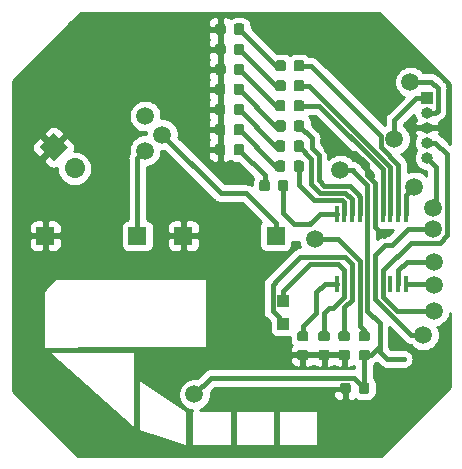
<source format=gbr>
G04 #@! TF.GenerationSoftware,KiCad,Pcbnew,5.1.4-1.fc30*
G04 #@! TF.CreationDate,2020-10-18T16:53:05+02:00*
G04 #@! TF.ProjectId,synchro2,73796e63-6872-46f3-922e-6b696361645f,rev?*
G04 #@! TF.SameCoordinates,Original*
G04 #@! TF.FileFunction,Copper,L1,Top*
G04 #@! TF.FilePolarity,Positive*
%FSLAX46Y46*%
G04 Gerber Fmt 4.6, Leading zero omitted, Abs format (unit mm)*
G04 Created by KiCad (PCBNEW 5.1.4-1.fc30) date 2020-10-18 16:53:05*
%MOMM*%
%LPD*%
G04 APERTURE LIST*
%ADD10R,1.000000X1.000000*%
%ADD11O,1.000000X1.000000*%
%ADD12R,1.500000X1.500000*%
%ADD13C,0.100000*%
%ADD14C,0.875000*%
%ADD15C,1.700000*%
%ADD16C,1.700000*%
%ADD17R,0.450000X1.450000*%
%ADD18C,1.500000*%
%ADD19C,0.400000*%
%ADD20C,0.254000*%
G04 APERTURE END LIST*
D10*
X235820000Y-104630000D03*
D11*
X235820000Y-105900000D03*
X235820000Y-107170000D03*
X235820000Y-108440000D03*
X235820000Y-109710000D03*
D10*
X223650000Y-121860000D03*
X223650000Y-123760000D03*
D12*
X215200000Y-116300000D03*
X223000000Y-116300000D03*
D13*
G36*
X218552691Y-103426053D02*
G01*
X218573926Y-103429203D01*
X218594750Y-103434419D01*
X218614962Y-103441651D01*
X218634368Y-103450830D01*
X218652781Y-103461866D01*
X218670024Y-103474654D01*
X218685930Y-103489070D01*
X218700346Y-103504976D01*
X218713134Y-103522219D01*
X218724170Y-103540632D01*
X218733349Y-103560038D01*
X218740581Y-103580250D01*
X218745797Y-103601074D01*
X218748947Y-103622309D01*
X218750000Y-103643750D01*
X218750000Y-104156250D01*
X218748947Y-104177691D01*
X218745797Y-104198926D01*
X218740581Y-104219750D01*
X218733349Y-104239962D01*
X218724170Y-104259368D01*
X218713134Y-104277781D01*
X218700346Y-104295024D01*
X218685930Y-104310930D01*
X218670024Y-104325346D01*
X218652781Y-104338134D01*
X218634368Y-104349170D01*
X218614962Y-104358349D01*
X218594750Y-104365581D01*
X218573926Y-104370797D01*
X218552691Y-104373947D01*
X218531250Y-104375000D01*
X218093750Y-104375000D01*
X218072309Y-104373947D01*
X218051074Y-104370797D01*
X218030250Y-104365581D01*
X218010038Y-104358349D01*
X217990632Y-104349170D01*
X217972219Y-104338134D01*
X217954976Y-104325346D01*
X217939070Y-104310930D01*
X217924654Y-104295024D01*
X217911866Y-104277781D01*
X217900830Y-104259368D01*
X217891651Y-104239962D01*
X217884419Y-104219750D01*
X217879203Y-104198926D01*
X217876053Y-104177691D01*
X217875000Y-104156250D01*
X217875000Y-103643750D01*
X217876053Y-103622309D01*
X217879203Y-103601074D01*
X217884419Y-103580250D01*
X217891651Y-103560038D01*
X217900830Y-103540632D01*
X217911866Y-103522219D01*
X217924654Y-103504976D01*
X217939070Y-103489070D01*
X217954976Y-103474654D01*
X217972219Y-103461866D01*
X217990632Y-103450830D01*
X218010038Y-103441651D01*
X218030250Y-103434419D01*
X218051074Y-103429203D01*
X218072309Y-103426053D01*
X218093750Y-103425000D01*
X218531250Y-103425000D01*
X218552691Y-103426053D01*
X218552691Y-103426053D01*
G37*
D14*
X218312500Y-103900000D03*
D13*
G36*
X220127691Y-103426053D02*
G01*
X220148926Y-103429203D01*
X220169750Y-103434419D01*
X220189962Y-103441651D01*
X220209368Y-103450830D01*
X220227781Y-103461866D01*
X220245024Y-103474654D01*
X220260930Y-103489070D01*
X220275346Y-103504976D01*
X220288134Y-103522219D01*
X220299170Y-103540632D01*
X220308349Y-103560038D01*
X220315581Y-103580250D01*
X220320797Y-103601074D01*
X220323947Y-103622309D01*
X220325000Y-103643750D01*
X220325000Y-104156250D01*
X220323947Y-104177691D01*
X220320797Y-104198926D01*
X220315581Y-104219750D01*
X220308349Y-104239962D01*
X220299170Y-104259368D01*
X220288134Y-104277781D01*
X220275346Y-104295024D01*
X220260930Y-104310930D01*
X220245024Y-104325346D01*
X220227781Y-104338134D01*
X220209368Y-104349170D01*
X220189962Y-104358349D01*
X220169750Y-104365581D01*
X220148926Y-104370797D01*
X220127691Y-104373947D01*
X220106250Y-104375000D01*
X219668750Y-104375000D01*
X219647309Y-104373947D01*
X219626074Y-104370797D01*
X219605250Y-104365581D01*
X219585038Y-104358349D01*
X219565632Y-104349170D01*
X219547219Y-104338134D01*
X219529976Y-104325346D01*
X219514070Y-104310930D01*
X219499654Y-104295024D01*
X219486866Y-104277781D01*
X219475830Y-104259368D01*
X219466651Y-104239962D01*
X219459419Y-104219750D01*
X219454203Y-104198926D01*
X219451053Y-104177691D01*
X219450000Y-104156250D01*
X219450000Y-103643750D01*
X219451053Y-103622309D01*
X219454203Y-103601074D01*
X219459419Y-103580250D01*
X219466651Y-103560038D01*
X219475830Y-103540632D01*
X219486866Y-103522219D01*
X219499654Y-103504976D01*
X219514070Y-103489070D01*
X219529976Y-103474654D01*
X219547219Y-103461866D01*
X219565632Y-103450830D01*
X219585038Y-103441651D01*
X219605250Y-103434419D01*
X219626074Y-103429203D01*
X219647309Y-103426053D01*
X219668750Y-103425000D01*
X220106250Y-103425000D01*
X220127691Y-103426053D01*
X220127691Y-103426053D01*
G37*
D14*
X219887500Y-103900000D03*
D13*
G36*
X223652691Y-106526053D02*
G01*
X223673926Y-106529203D01*
X223694750Y-106534419D01*
X223714962Y-106541651D01*
X223734368Y-106550830D01*
X223752781Y-106561866D01*
X223770024Y-106574654D01*
X223785930Y-106589070D01*
X223800346Y-106604976D01*
X223813134Y-106622219D01*
X223824170Y-106640632D01*
X223833349Y-106660038D01*
X223840581Y-106680250D01*
X223845797Y-106701074D01*
X223848947Y-106722309D01*
X223850000Y-106743750D01*
X223850000Y-107256250D01*
X223848947Y-107277691D01*
X223845797Y-107298926D01*
X223840581Y-107319750D01*
X223833349Y-107339962D01*
X223824170Y-107359368D01*
X223813134Y-107377781D01*
X223800346Y-107395024D01*
X223785930Y-107410930D01*
X223770024Y-107425346D01*
X223752781Y-107438134D01*
X223734368Y-107449170D01*
X223714962Y-107458349D01*
X223694750Y-107465581D01*
X223673926Y-107470797D01*
X223652691Y-107473947D01*
X223631250Y-107475000D01*
X223193750Y-107475000D01*
X223172309Y-107473947D01*
X223151074Y-107470797D01*
X223130250Y-107465581D01*
X223110038Y-107458349D01*
X223090632Y-107449170D01*
X223072219Y-107438134D01*
X223054976Y-107425346D01*
X223039070Y-107410930D01*
X223024654Y-107395024D01*
X223011866Y-107377781D01*
X223000830Y-107359368D01*
X222991651Y-107339962D01*
X222984419Y-107319750D01*
X222979203Y-107298926D01*
X222976053Y-107277691D01*
X222975000Y-107256250D01*
X222975000Y-106743750D01*
X222976053Y-106722309D01*
X222979203Y-106701074D01*
X222984419Y-106680250D01*
X222991651Y-106660038D01*
X223000830Y-106640632D01*
X223011866Y-106622219D01*
X223024654Y-106604976D01*
X223039070Y-106589070D01*
X223054976Y-106574654D01*
X223072219Y-106561866D01*
X223090632Y-106550830D01*
X223110038Y-106541651D01*
X223130250Y-106534419D01*
X223151074Y-106529203D01*
X223172309Y-106526053D01*
X223193750Y-106525000D01*
X223631250Y-106525000D01*
X223652691Y-106526053D01*
X223652691Y-106526053D01*
G37*
D14*
X223412500Y-107000000D03*
D13*
G36*
X225227691Y-106526053D02*
G01*
X225248926Y-106529203D01*
X225269750Y-106534419D01*
X225289962Y-106541651D01*
X225309368Y-106550830D01*
X225327781Y-106561866D01*
X225345024Y-106574654D01*
X225360930Y-106589070D01*
X225375346Y-106604976D01*
X225388134Y-106622219D01*
X225399170Y-106640632D01*
X225408349Y-106660038D01*
X225415581Y-106680250D01*
X225420797Y-106701074D01*
X225423947Y-106722309D01*
X225425000Y-106743750D01*
X225425000Y-107256250D01*
X225423947Y-107277691D01*
X225420797Y-107298926D01*
X225415581Y-107319750D01*
X225408349Y-107339962D01*
X225399170Y-107359368D01*
X225388134Y-107377781D01*
X225375346Y-107395024D01*
X225360930Y-107410930D01*
X225345024Y-107425346D01*
X225327781Y-107438134D01*
X225309368Y-107449170D01*
X225289962Y-107458349D01*
X225269750Y-107465581D01*
X225248926Y-107470797D01*
X225227691Y-107473947D01*
X225206250Y-107475000D01*
X224768750Y-107475000D01*
X224747309Y-107473947D01*
X224726074Y-107470797D01*
X224705250Y-107465581D01*
X224685038Y-107458349D01*
X224665632Y-107449170D01*
X224647219Y-107438134D01*
X224629976Y-107425346D01*
X224614070Y-107410930D01*
X224599654Y-107395024D01*
X224586866Y-107377781D01*
X224575830Y-107359368D01*
X224566651Y-107339962D01*
X224559419Y-107319750D01*
X224554203Y-107298926D01*
X224551053Y-107277691D01*
X224550000Y-107256250D01*
X224550000Y-106743750D01*
X224551053Y-106722309D01*
X224554203Y-106701074D01*
X224559419Y-106680250D01*
X224566651Y-106660038D01*
X224575830Y-106640632D01*
X224586866Y-106622219D01*
X224599654Y-106604976D01*
X224614070Y-106589070D01*
X224629976Y-106574654D01*
X224647219Y-106561866D01*
X224665632Y-106550830D01*
X224685038Y-106541651D01*
X224705250Y-106534419D01*
X224726074Y-106529203D01*
X224747309Y-106526053D01*
X224768750Y-106525000D01*
X225206250Y-106525000D01*
X225227691Y-106526053D01*
X225227691Y-106526053D01*
G37*
D14*
X224987500Y-107000000D03*
D13*
G36*
X225227691Y-101426053D02*
G01*
X225248926Y-101429203D01*
X225269750Y-101434419D01*
X225289962Y-101441651D01*
X225309368Y-101450830D01*
X225327781Y-101461866D01*
X225345024Y-101474654D01*
X225360930Y-101489070D01*
X225375346Y-101504976D01*
X225388134Y-101522219D01*
X225399170Y-101540632D01*
X225408349Y-101560038D01*
X225415581Y-101580250D01*
X225420797Y-101601074D01*
X225423947Y-101622309D01*
X225425000Y-101643750D01*
X225425000Y-102156250D01*
X225423947Y-102177691D01*
X225420797Y-102198926D01*
X225415581Y-102219750D01*
X225408349Y-102239962D01*
X225399170Y-102259368D01*
X225388134Y-102277781D01*
X225375346Y-102295024D01*
X225360930Y-102310930D01*
X225345024Y-102325346D01*
X225327781Y-102338134D01*
X225309368Y-102349170D01*
X225289962Y-102358349D01*
X225269750Y-102365581D01*
X225248926Y-102370797D01*
X225227691Y-102373947D01*
X225206250Y-102375000D01*
X224768750Y-102375000D01*
X224747309Y-102373947D01*
X224726074Y-102370797D01*
X224705250Y-102365581D01*
X224685038Y-102358349D01*
X224665632Y-102349170D01*
X224647219Y-102338134D01*
X224629976Y-102325346D01*
X224614070Y-102310930D01*
X224599654Y-102295024D01*
X224586866Y-102277781D01*
X224575830Y-102259368D01*
X224566651Y-102239962D01*
X224559419Y-102219750D01*
X224554203Y-102198926D01*
X224551053Y-102177691D01*
X224550000Y-102156250D01*
X224550000Y-101643750D01*
X224551053Y-101622309D01*
X224554203Y-101601074D01*
X224559419Y-101580250D01*
X224566651Y-101560038D01*
X224575830Y-101540632D01*
X224586866Y-101522219D01*
X224599654Y-101504976D01*
X224614070Y-101489070D01*
X224629976Y-101474654D01*
X224647219Y-101461866D01*
X224665632Y-101450830D01*
X224685038Y-101441651D01*
X224705250Y-101434419D01*
X224726074Y-101429203D01*
X224747309Y-101426053D01*
X224768750Y-101425000D01*
X225206250Y-101425000D01*
X225227691Y-101426053D01*
X225227691Y-101426053D01*
G37*
D14*
X224987500Y-101900000D03*
D13*
G36*
X223652691Y-101426053D02*
G01*
X223673926Y-101429203D01*
X223694750Y-101434419D01*
X223714962Y-101441651D01*
X223734368Y-101450830D01*
X223752781Y-101461866D01*
X223770024Y-101474654D01*
X223785930Y-101489070D01*
X223800346Y-101504976D01*
X223813134Y-101522219D01*
X223824170Y-101540632D01*
X223833349Y-101560038D01*
X223840581Y-101580250D01*
X223845797Y-101601074D01*
X223848947Y-101622309D01*
X223850000Y-101643750D01*
X223850000Y-102156250D01*
X223848947Y-102177691D01*
X223845797Y-102198926D01*
X223840581Y-102219750D01*
X223833349Y-102239962D01*
X223824170Y-102259368D01*
X223813134Y-102277781D01*
X223800346Y-102295024D01*
X223785930Y-102310930D01*
X223770024Y-102325346D01*
X223752781Y-102338134D01*
X223734368Y-102349170D01*
X223714962Y-102358349D01*
X223694750Y-102365581D01*
X223673926Y-102370797D01*
X223652691Y-102373947D01*
X223631250Y-102375000D01*
X223193750Y-102375000D01*
X223172309Y-102373947D01*
X223151074Y-102370797D01*
X223130250Y-102365581D01*
X223110038Y-102358349D01*
X223090632Y-102349170D01*
X223072219Y-102338134D01*
X223054976Y-102325346D01*
X223039070Y-102310930D01*
X223024654Y-102295024D01*
X223011866Y-102277781D01*
X223000830Y-102259368D01*
X222991651Y-102239962D01*
X222984419Y-102219750D01*
X222979203Y-102198926D01*
X222976053Y-102177691D01*
X222975000Y-102156250D01*
X222975000Y-101643750D01*
X222976053Y-101622309D01*
X222979203Y-101601074D01*
X222984419Y-101580250D01*
X222991651Y-101560038D01*
X223000830Y-101540632D01*
X223011866Y-101522219D01*
X223024654Y-101504976D01*
X223039070Y-101489070D01*
X223054976Y-101474654D01*
X223072219Y-101461866D01*
X223090632Y-101450830D01*
X223110038Y-101441651D01*
X223130250Y-101434419D01*
X223151074Y-101429203D01*
X223172309Y-101426053D01*
X223193750Y-101425000D01*
X223631250Y-101425000D01*
X223652691Y-101426053D01*
X223652691Y-101426053D01*
G37*
D14*
X223412500Y-101900000D03*
D13*
G36*
X225215191Y-109926053D02*
G01*
X225236426Y-109929203D01*
X225257250Y-109934419D01*
X225277462Y-109941651D01*
X225296868Y-109950830D01*
X225315281Y-109961866D01*
X225332524Y-109974654D01*
X225348430Y-109989070D01*
X225362846Y-110004976D01*
X225375634Y-110022219D01*
X225386670Y-110040632D01*
X225395849Y-110060038D01*
X225403081Y-110080250D01*
X225408297Y-110101074D01*
X225411447Y-110122309D01*
X225412500Y-110143750D01*
X225412500Y-110656250D01*
X225411447Y-110677691D01*
X225408297Y-110698926D01*
X225403081Y-110719750D01*
X225395849Y-110739962D01*
X225386670Y-110759368D01*
X225375634Y-110777781D01*
X225362846Y-110795024D01*
X225348430Y-110810930D01*
X225332524Y-110825346D01*
X225315281Y-110838134D01*
X225296868Y-110849170D01*
X225277462Y-110858349D01*
X225257250Y-110865581D01*
X225236426Y-110870797D01*
X225215191Y-110873947D01*
X225193750Y-110875000D01*
X224756250Y-110875000D01*
X224734809Y-110873947D01*
X224713574Y-110870797D01*
X224692750Y-110865581D01*
X224672538Y-110858349D01*
X224653132Y-110849170D01*
X224634719Y-110838134D01*
X224617476Y-110825346D01*
X224601570Y-110810930D01*
X224587154Y-110795024D01*
X224574366Y-110777781D01*
X224563330Y-110759368D01*
X224554151Y-110739962D01*
X224546919Y-110719750D01*
X224541703Y-110698926D01*
X224538553Y-110677691D01*
X224537500Y-110656250D01*
X224537500Y-110143750D01*
X224538553Y-110122309D01*
X224541703Y-110101074D01*
X224546919Y-110080250D01*
X224554151Y-110060038D01*
X224563330Y-110040632D01*
X224574366Y-110022219D01*
X224587154Y-110004976D01*
X224601570Y-109989070D01*
X224617476Y-109974654D01*
X224634719Y-109961866D01*
X224653132Y-109950830D01*
X224672538Y-109941651D01*
X224692750Y-109934419D01*
X224713574Y-109929203D01*
X224734809Y-109926053D01*
X224756250Y-109925000D01*
X225193750Y-109925000D01*
X225215191Y-109926053D01*
X225215191Y-109926053D01*
G37*
D14*
X224975000Y-110400000D03*
D13*
G36*
X223640191Y-109926053D02*
G01*
X223661426Y-109929203D01*
X223682250Y-109934419D01*
X223702462Y-109941651D01*
X223721868Y-109950830D01*
X223740281Y-109961866D01*
X223757524Y-109974654D01*
X223773430Y-109989070D01*
X223787846Y-110004976D01*
X223800634Y-110022219D01*
X223811670Y-110040632D01*
X223820849Y-110060038D01*
X223828081Y-110080250D01*
X223833297Y-110101074D01*
X223836447Y-110122309D01*
X223837500Y-110143750D01*
X223837500Y-110656250D01*
X223836447Y-110677691D01*
X223833297Y-110698926D01*
X223828081Y-110719750D01*
X223820849Y-110739962D01*
X223811670Y-110759368D01*
X223800634Y-110777781D01*
X223787846Y-110795024D01*
X223773430Y-110810930D01*
X223757524Y-110825346D01*
X223740281Y-110838134D01*
X223721868Y-110849170D01*
X223702462Y-110858349D01*
X223682250Y-110865581D01*
X223661426Y-110870797D01*
X223640191Y-110873947D01*
X223618750Y-110875000D01*
X223181250Y-110875000D01*
X223159809Y-110873947D01*
X223138574Y-110870797D01*
X223117750Y-110865581D01*
X223097538Y-110858349D01*
X223078132Y-110849170D01*
X223059719Y-110838134D01*
X223042476Y-110825346D01*
X223026570Y-110810930D01*
X223012154Y-110795024D01*
X222999366Y-110777781D01*
X222988330Y-110759368D01*
X222979151Y-110739962D01*
X222971919Y-110719750D01*
X222966703Y-110698926D01*
X222963553Y-110677691D01*
X222962500Y-110656250D01*
X222962500Y-110143750D01*
X222963553Y-110122309D01*
X222966703Y-110101074D01*
X222971919Y-110080250D01*
X222979151Y-110060038D01*
X222988330Y-110040632D01*
X222999366Y-110022219D01*
X223012154Y-110004976D01*
X223026570Y-109989070D01*
X223042476Y-109974654D01*
X223059719Y-109961866D01*
X223078132Y-109950830D01*
X223097538Y-109941651D01*
X223117750Y-109934419D01*
X223138574Y-109929203D01*
X223159809Y-109926053D01*
X223181250Y-109925000D01*
X223618750Y-109925000D01*
X223640191Y-109926053D01*
X223640191Y-109926053D01*
G37*
D14*
X223400000Y-110400000D03*
D13*
G36*
X218552691Y-106826053D02*
G01*
X218573926Y-106829203D01*
X218594750Y-106834419D01*
X218614962Y-106841651D01*
X218634368Y-106850830D01*
X218652781Y-106861866D01*
X218670024Y-106874654D01*
X218685930Y-106889070D01*
X218700346Y-106904976D01*
X218713134Y-106922219D01*
X218724170Y-106940632D01*
X218733349Y-106960038D01*
X218740581Y-106980250D01*
X218745797Y-107001074D01*
X218748947Y-107022309D01*
X218750000Y-107043750D01*
X218750000Y-107556250D01*
X218748947Y-107577691D01*
X218745797Y-107598926D01*
X218740581Y-107619750D01*
X218733349Y-107639962D01*
X218724170Y-107659368D01*
X218713134Y-107677781D01*
X218700346Y-107695024D01*
X218685930Y-107710930D01*
X218670024Y-107725346D01*
X218652781Y-107738134D01*
X218634368Y-107749170D01*
X218614962Y-107758349D01*
X218594750Y-107765581D01*
X218573926Y-107770797D01*
X218552691Y-107773947D01*
X218531250Y-107775000D01*
X218093750Y-107775000D01*
X218072309Y-107773947D01*
X218051074Y-107770797D01*
X218030250Y-107765581D01*
X218010038Y-107758349D01*
X217990632Y-107749170D01*
X217972219Y-107738134D01*
X217954976Y-107725346D01*
X217939070Y-107710930D01*
X217924654Y-107695024D01*
X217911866Y-107677781D01*
X217900830Y-107659368D01*
X217891651Y-107639962D01*
X217884419Y-107619750D01*
X217879203Y-107598926D01*
X217876053Y-107577691D01*
X217875000Y-107556250D01*
X217875000Y-107043750D01*
X217876053Y-107022309D01*
X217879203Y-107001074D01*
X217884419Y-106980250D01*
X217891651Y-106960038D01*
X217900830Y-106940632D01*
X217911866Y-106922219D01*
X217924654Y-106904976D01*
X217939070Y-106889070D01*
X217954976Y-106874654D01*
X217972219Y-106861866D01*
X217990632Y-106850830D01*
X218010038Y-106841651D01*
X218030250Y-106834419D01*
X218051074Y-106829203D01*
X218072309Y-106826053D01*
X218093750Y-106825000D01*
X218531250Y-106825000D01*
X218552691Y-106826053D01*
X218552691Y-106826053D01*
G37*
D14*
X218312500Y-107300000D03*
D13*
G36*
X220127691Y-106826053D02*
G01*
X220148926Y-106829203D01*
X220169750Y-106834419D01*
X220189962Y-106841651D01*
X220209368Y-106850830D01*
X220227781Y-106861866D01*
X220245024Y-106874654D01*
X220260930Y-106889070D01*
X220275346Y-106904976D01*
X220288134Y-106922219D01*
X220299170Y-106940632D01*
X220308349Y-106960038D01*
X220315581Y-106980250D01*
X220320797Y-107001074D01*
X220323947Y-107022309D01*
X220325000Y-107043750D01*
X220325000Y-107556250D01*
X220323947Y-107577691D01*
X220320797Y-107598926D01*
X220315581Y-107619750D01*
X220308349Y-107639962D01*
X220299170Y-107659368D01*
X220288134Y-107677781D01*
X220275346Y-107695024D01*
X220260930Y-107710930D01*
X220245024Y-107725346D01*
X220227781Y-107738134D01*
X220209368Y-107749170D01*
X220189962Y-107758349D01*
X220169750Y-107765581D01*
X220148926Y-107770797D01*
X220127691Y-107773947D01*
X220106250Y-107775000D01*
X219668750Y-107775000D01*
X219647309Y-107773947D01*
X219626074Y-107770797D01*
X219605250Y-107765581D01*
X219585038Y-107758349D01*
X219565632Y-107749170D01*
X219547219Y-107738134D01*
X219529976Y-107725346D01*
X219514070Y-107710930D01*
X219499654Y-107695024D01*
X219486866Y-107677781D01*
X219475830Y-107659368D01*
X219466651Y-107639962D01*
X219459419Y-107619750D01*
X219454203Y-107598926D01*
X219451053Y-107577691D01*
X219450000Y-107556250D01*
X219450000Y-107043750D01*
X219451053Y-107022309D01*
X219454203Y-107001074D01*
X219459419Y-106980250D01*
X219466651Y-106960038D01*
X219475830Y-106940632D01*
X219486866Y-106922219D01*
X219499654Y-106904976D01*
X219514070Y-106889070D01*
X219529976Y-106874654D01*
X219547219Y-106861866D01*
X219565632Y-106850830D01*
X219585038Y-106841651D01*
X219605250Y-106834419D01*
X219626074Y-106829203D01*
X219647309Y-106826053D01*
X219668750Y-106825000D01*
X220106250Y-106825000D01*
X220127691Y-106826053D01*
X220127691Y-106826053D01*
G37*
D14*
X219887500Y-107300000D03*
D13*
G36*
X230777691Y-125951053D02*
G01*
X230798926Y-125954203D01*
X230819750Y-125959419D01*
X230839962Y-125966651D01*
X230859368Y-125975830D01*
X230877781Y-125986866D01*
X230895024Y-125999654D01*
X230910930Y-126014070D01*
X230925346Y-126029976D01*
X230938134Y-126047219D01*
X230949170Y-126065632D01*
X230958349Y-126085038D01*
X230965581Y-126105250D01*
X230970797Y-126126074D01*
X230973947Y-126147309D01*
X230975000Y-126168750D01*
X230975000Y-126606250D01*
X230973947Y-126627691D01*
X230970797Y-126648926D01*
X230965581Y-126669750D01*
X230958349Y-126689962D01*
X230949170Y-126709368D01*
X230938134Y-126727781D01*
X230925346Y-126745024D01*
X230910930Y-126760930D01*
X230895024Y-126775346D01*
X230877781Y-126788134D01*
X230859368Y-126799170D01*
X230839962Y-126808349D01*
X230819750Y-126815581D01*
X230798926Y-126820797D01*
X230777691Y-126823947D01*
X230756250Y-126825000D01*
X230243750Y-126825000D01*
X230222309Y-126823947D01*
X230201074Y-126820797D01*
X230180250Y-126815581D01*
X230160038Y-126808349D01*
X230140632Y-126799170D01*
X230122219Y-126788134D01*
X230104976Y-126775346D01*
X230089070Y-126760930D01*
X230074654Y-126745024D01*
X230061866Y-126727781D01*
X230050830Y-126709368D01*
X230041651Y-126689962D01*
X230034419Y-126669750D01*
X230029203Y-126648926D01*
X230026053Y-126627691D01*
X230025000Y-126606250D01*
X230025000Y-126168750D01*
X230026053Y-126147309D01*
X230029203Y-126126074D01*
X230034419Y-126105250D01*
X230041651Y-126085038D01*
X230050830Y-126065632D01*
X230061866Y-126047219D01*
X230074654Y-126029976D01*
X230089070Y-126014070D01*
X230104976Y-125999654D01*
X230122219Y-125986866D01*
X230140632Y-125975830D01*
X230160038Y-125966651D01*
X230180250Y-125959419D01*
X230201074Y-125954203D01*
X230222309Y-125951053D01*
X230243750Y-125950000D01*
X230756250Y-125950000D01*
X230777691Y-125951053D01*
X230777691Y-125951053D01*
G37*
D14*
X230500000Y-126387500D03*
D13*
G36*
X230777691Y-124376053D02*
G01*
X230798926Y-124379203D01*
X230819750Y-124384419D01*
X230839962Y-124391651D01*
X230859368Y-124400830D01*
X230877781Y-124411866D01*
X230895024Y-124424654D01*
X230910930Y-124439070D01*
X230925346Y-124454976D01*
X230938134Y-124472219D01*
X230949170Y-124490632D01*
X230958349Y-124510038D01*
X230965581Y-124530250D01*
X230970797Y-124551074D01*
X230973947Y-124572309D01*
X230975000Y-124593750D01*
X230975000Y-125031250D01*
X230973947Y-125052691D01*
X230970797Y-125073926D01*
X230965581Y-125094750D01*
X230958349Y-125114962D01*
X230949170Y-125134368D01*
X230938134Y-125152781D01*
X230925346Y-125170024D01*
X230910930Y-125185930D01*
X230895024Y-125200346D01*
X230877781Y-125213134D01*
X230859368Y-125224170D01*
X230839962Y-125233349D01*
X230819750Y-125240581D01*
X230798926Y-125245797D01*
X230777691Y-125248947D01*
X230756250Y-125250000D01*
X230243750Y-125250000D01*
X230222309Y-125248947D01*
X230201074Y-125245797D01*
X230180250Y-125240581D01*
X230160038Y-125233349D01*
X230140632Y-125224170D01*
X230122219Y-125213134D01*
X230104976Y-125200346D01*
X230089070Y-125185930D01*
X230074654Y-125170024D01*
X230061866Y-125152781D01*
X230050830Y-125134368D01*
X230041651Y-125114962D01*
X230034419Y-125094750D01*
X230029203Y-125073926D01*
X230026053Y-125052691D01*
X230025000Y-125031250D01*
X230025000Y-124593750D01*
X230026053Y-124572309D01*
X230029203Y-124551074D01*
X230034419Y-124530250D01*
X230041651Y-124510038D01*
X230050830Y-124490632D01*
X230061866Y-124472219D01*
X230074654Y-124454976D01*
X230089070Y-124439070D01*
X230104976Y-124424654D01*
X230122219Y-124411866D01*
X230140632Y-124400830D01*
X230160038Y-124391651D01*
X230180250Y-124384419D01*
X230201074Y-124379203D01*
X230222309Y-124376053D01*
X230243750Y-124375000D01*
X230756250Y-124375000D01*
X230777691Y-124376053D01*
X230777691Y-124376053D01*
G37*
D14*
X230500000Y-124812500D03*
D13*
G36*
X225215191Y-104826053D02*
G01*
X225236426Y-104829203D01*
X225257250Y-104834419D01*
X225277462Y-104841651D01*
X225296868Y-104850830D01*
X225315281Y-104861866D01*
X225332524Y-104874654D01*
X225348430Y-104889070D01*
X225362846Y-104904976D01*
X225375634Y-104922219D01*
X225386670Y-104940632D01*
X225395849Y-104960038D01*
X225403081Y-104980250D01*
X225408297Y-105001074D01*
X225411447Y-105022309D01*
X225412500Y-105043750D01*
X225412500Y-105556250D01*
X225411447Y-105577691D01*
X225408297Y-105598926D01*
X225403081Y-105619750D01*
X225395849Y-105639962D01*
X225386670Y-105659368D01*
X225375634Y-105677781D01*
X225362846Y-105695024D01*
X225348430Y-105710930D01*
X225332524Y-105725346D01*
X225315281Y-105738134D01*
X225296868Y-105749170D01*
X225277462Y-105758349D01*
X225257250Y-105765581D01*
X225236426Y-105770797D01*
X225215191Y-105773947D01*
X225193750Y-105775000D01*
X224756250Y-105775000D01*
X224734809Y-105773947D01*
X224713574Y-105770797D01*
X224692750Y-105765581D01*
X224672538Y-105758349D01*
X224653132Y-105749170D01*
X224634719Y-105738134D01*
X224617476Y-105725346D01*
X224601570Y-105710930D01*
X224587154Y-105695024D01*
X224574366Y-105677781D01*
X224563330Y-105659368D01*
X224554151Y-105639962D01*
X224546919Y-105619750D01*
X224541703Y-105598926D01*
X224538553Y-105577691D01*
X224537500Y-105556250D01*
X224537500Y-105043750D01*
X224538553Y-105022309D01*
X224541703Y-105001074D01*
X224546919Y-104980250D01*
X224554151Y-104960038D01*
X224563330Y-104940632D01*
X224574366Y-104922219D01*
X224587154Y-104904976D01*
X224601570Y-104889070D01*
X224617476Y-104874654D01*
X224634719Y-104861866D01*
X224653132Y-104850830D01*
X224672538Y-104841651D01*
X224692750Y-104834419D01*
X224713574Y-104829203D01*
X224734809Y-104826053D01*
X224756250Y-104825000D01*
X225193750Y-104825000D01*
X225215191Y-104826053D01*
X225215191Y-104826053D01*
G37*
D14*
X224975000Y-105300000D03*
D13*
G36*
X223640191Y-104826053D02*
G01*
X223661426Y-104829203D01*
X223682250Y-104834419D01*
X223702462Y-104841651D01*
X223721868Y-104850830D01*
X223740281Y-104861866D01*
X223757524Y-104874654D01*
X223773430Y-104889070D01*
X223787846Y-104904976D01*
X223800634Y-104922219D01*
X223811670Y-104940632D01*
X223820849Y-104960038D01*
X223828081Y-104980250D01*
X223833297Y-105001074D01*
X223836447Y-105022309D01*
X223837500Y-105043750D01*
X223837500Y-105556250D01*
X223836447Y-105577691D01*
X223833297Y-105598926D01*
X223828081Y-105619750D01*
X223820849Y-105639962D01*
X223811670Y-105659368D01*
X223800634Y-105677781D01*
X223787846Y-105695024D01*
X223773430Y-105710930D01*
X223757524Y-105725346D01*
X223740281Y-105738134D01*
X223721868Y-105749170D01*
X223702462Y-105758349D01*
X223682250Y-105765581D01*
X223661426Y-105770797D01*
X223640191Y-105773947D01*
X223618750Y-105775000D01*
X223181250Y-105775000D01*
X223159809Y-105773947D01*
X223138574Y-105770797D01*
X223117750Y-105765581D01*
X223097538Y-105758349D01*
X223078132Y-105749170D01*
X223059719Y-105738134D01*
X223042476Y-105725346D01*
X223026570Y-105710930D01*
X223012154Y-105695024D01*
X222999366Y-105677781D01*
X222988330Y-105659368D01*
X222979151Y-105639962D01*
X222971919Y-105619750D01*
X222966703Y-105598926D01*
X222963553Y-105577691D01*
X222962500Y-105556250D01*
X222962500Y-105043750D01*
X222963553Y-105022309D01*
X222966703Y-105001074D01*
X222971919Y-104980250D01*
X222979151Y-104960038D01*
X222988330Y-104940632D01*
X222999366Y-104922219D01*
X223012154Y-104904976D01*
X223026570Y-104889070D01*
X223042476Y-104874654D01*
X223059719Y-104861866D01*
X223078132Y-104850830D01*
X223097538Y-104841651D01*
X223117750Y-104834419D01*
X223138574Y-104829203D01*
X223159809Y-104826053D01*
X223181250Y-104825000D01*
X223618750Y-104825000D01*
X223640191Y-104826053D01*
X223640191Y-104826053D01*
G37*
D14*
X223400000Y-105300000D03*
D13*
G36*
X220140191Y-101726053D02*
G01*
X220161426Y-101729203D01*
X220182250Y-101734419D01*
X220202462Y-101741651D01*
X220221868Y-101750830D01*
X220240281Y-101761866D01*
X220257524Y-101774654D01*
X220273430Y-101789070D01*
X220287846Y-101804976D01*
X220300634Y-101822219D01*
X220311670Y-101840632D01*
X220320849Y-101860038D01*
X220328081Y-101880250D01*
X220333297Y-101901074D01*
X220336447Y-101922309D01*
X220337500Y-101943750D01*
X220337500Y-102456250D01*
X220336447Y-102477691D01*
X220333297Y-102498926D01*
X220328081Y-102519750D01*
X220320849Y-102539962D01*
X220311670Y-102559368D01*
X220300634Y-102577781D01*
X220287846Y-102595024D01*
X220273430Y-102610930D01*
X220257524Y-102625346D01*
X220240281Y-102638134D01*
X220221868Y-102649170D01*
X220202462Y-102658349D01*
X220182250Y-102665581D01*
X220161426Y-102670797D01*
X220140191Y-102673947D01*
X220118750Y-102675000D01*
X219681250Y-102675000D01*
X219659809Y-102673947D01*
X219638574Y-102670797D01*
X219617750Y-102665581D01*
X219597538Y-102658349D01*
X219578132Y-102649170D01*
X219559719Y-102638134D01*
X219542476Y-102625346D01*
X219526570Y-102610930D01*
X219512154Y-102595024D01*
X219499366Y-102577781D01*
X219488330Y-102559368D01*
X219479151Y-102539962D01*
X219471919Y-102519750D01*
X219466703Y-102498926D01*
X219463553Y-102477691D01*
X219462500Y-102456250D01*
X219462500Y-101943750D01*
X219463553Y-101922309D01*
X219466703Y-101901074D01*
X219471919Y-101880250D01*
X219479151Y-101860038D01*
X219488330Y-101840632D01*
X219499366Y-101822219D01*
X219512154Y-101804976D01*
X219526570Y-101789070D01*
X219542476Y-101774654D01*
X219559719Y-101761866D01*
X219578132Y-101750830D01*
X219597538Y-101741651D01*
X219617750Y-101734419D01*
X219638574Y-101729203D01*
X219659809Y-101726053D01*
X219681250Y-101725000D01*
X220118750Y-101725000D01*
X220140191Y-101726053D01*
X220140191Y-101726053D01*
G37*
D14*
X219900000Y-102200000D03*
D13*
G36*
X218565191Y-101726053D02*
G01*
X218586426Y-101729203D01*
X218607250Y-101734419D01*
X218627462Y-101741651D01*
X218646868Y-101750830D01*
X218665281Y-101761866D01*
X218682524Y-101774654D01*
X218698430Y-101789070D01*
X218712846Y-101804976D01*
X218725634Y-101822219D01*
X218736670Y-101840632D01*
X218745849Y-101860038D01*
X218753081Y-101880250D01*
X218758297Y-101901074D01*
X218761447Y-101922309D01*
X218762500Y-101943750D01*
X218762500Y-102456250D01*
X218761447Y-102477691D01*
X218758297Y-102498926D01*
X218753081Y-102519750D01*
X218745849Y-102539962D01*
X218736670Y-102559368D01*
X218725634Y-102577781D01*
X218712846Y-102595024D01*
X218698430Y-102610930D01*
X218682524Y-102625346D01*
X218665281Y-102638134D01*
X218646868Y-102649170D01*
X218627462Y-102658349D01*
X218607250Y-102665581D01*
X218586426Y-102670797D01*
X218565191Y-102673947D01*
X218543750Y-102675000D01*
X218106250Y-102675000D01*
X218084809Y-102673947D01*
X218063574Y-102670797D01*
X218042750Y-102665581D01*
X218022538Y-102658349D01*
X218003132Y-102649170D01*
X217984719Y-102638134D01*
X217967476Y-102625346D01*
X217951570Y-102610930D01*
X217937154Y-102595024D01*
X217924366Y-102577781D01*
X217913330Y-102559368D01*
X217904151Y-102539962D01*
X217896919Y-102519750D01*
X217891703Y-102498926D01*
X217888553Y-102477691D01*
X217887500Y-102456250D01*
X217887500Y-101943750D01*
X217888553Y-101922309D01*
X217891703Y-101901074D01*
X217896919Y-101880250D01*
X217904151Y-101860038D01*
X217913330Y-101840632D01*
X217924366Y-101822219D01*
X217937154Y-101804976D01*
X217951570Y-101789070D01*
X217967476Y-101774654D01*
X217984719Y-101761866D01*
X218003132Y-101750830D01*
X218022538Y-101741651D01*
X218042750Y-101734419D01*
X218063574Y-101729203D01*
X218084809Y-101726053D01*
X218106250Y-101725000D01*
X218543750Y-101725000D01*
X218565191Y-101726053D01*
X218565191Y-101726053D01*
G37*
D14*
X218325000Y-102200000D03*
D13*
G36*
X220127691Y-105126053D02*
G01*
X220148926Y-105129203D01*
X220169750Y-105134419D01*
X220189962Y-105141651D01*
X220209368Y-105150830D01*
X220227781Y-105161866D01*
X220245024Y-105174654D01*
X220260930Y-105189070D01*
X220275346Y-105204976D01*
X220288134Y-105222219D01*
X220299170Y-105240632D01*
X220308349Y-105260038D01*
X220315581Y-105280250D01*
X220320797Y-105301074D01*
X220323947Y-105322309D01*
X220325000Y-105343750D01*
X220325000Y-105856250D01*
X220323947Y-105877691D01*
X220320797Y-105898926D01*
X220315581Y-105919750D01*
X220308349Y-105939962D01*
X220299170Y-105959368D01*
X220288134Y-105977781D01*
X220275346Y-105995024D01*
X220260930Y-106010930D01*
X220245024Y-106025346D01*
X220227781Y-106038134D01*
X220209368Y-106049170D01*
X220189962Y-106058349D01*
X220169750Y-106065581D01*
X220148926Y-106070797D01*
X220127691Y-106073947D01*
X220106250Y-106075000D01*
X219668750Y-106075000D01*
X219647309Y-106073947D01*
X219626074Y-106070797D01*
X219605250Y-106065581D01*
X219585038Y-106058349D01*
X219565632Y-106049170D01*
X219547219Y-106038134D01*
X219529976Y-106025346D01*
X219514070Y-106010930D01*
X219499654Y-105995024D01*
X219486866Y-105977781D01*
X219475830Y-105959368D01*
X219466651Y-105939962D01*
X219459419Y-105919750D01*
X219454203Y-105898926D01*
X219451053Y-105877691D01*
X219450000Y-105856250D01*
X219450000Y-105343750D01*
X219451053Y-105322309D01*
X219454203Y-105301074D01*
X219459419Y-105280250D01*
X219466651Y-105260038D01*
X219475830Y-105240632D01*
X219486866Y-105222219D01*
X219499654Y-105204976D01*
X219514070Y-105189070D01*
X219529976Y-105174654D01*
X219547219Y-105161866D01*
X219565632Y-105150830D01*
X219585038Y-105141651D01*
X219605250Y-105134419D01*
X219626074Y-105129203D01*
X219647309Y-105126053D01*
X219668750Y-105125000D01*
X220106250Y-105125000D01*
X220127691Y-105126053D01*
X220127691Y-105126053D01*
G37*
D14*
X219887500Y-105600000D03*
D13*
G36*
X218552691Y-105126053D02*
G01*
X218573926Y-105129203D01*
X218594750Y-105134419D01*
X218614962Y-105141651D01*
X218634368Y-105150830D01*
X218652781Y-105161866D01*
X218670024Y-105174654D01*
X218685930Y-105189070D01*
X218700346Y-105204976D01*
X218713134Y-105222219D01*
X218724170Y-105240632D01*
X218733349Y-105260038D01*
X218740581Y-105280250D01*
X218745797Y-105301074D01*
X218748947Y-105322309D01*
X218750000Y-105343750D01*
X218750000Y-105856250D01*
X218748947Y-105877691D01*
X218745797Y-105898926D01*
X218740581Y-105919750D01*
X218733349Y-105939962D01*
X218724170Y-105959368D01*
X218713134Y-105977781D01*
X218700346Y-105995024D01*
X218685930Y-106010930D01*
X218670024Y-106025346D01*
X218652781Y-106038134D01*
X218634368Y-106049170D01*
X218614962Y-106058349D01*
X218594750Y-106065581D01*
X218573926Y-106070797D01*
X218552691Y-106073947D01*
X218531250Y-106075000D01*
X218093750Y-106075000D01*
X218072309Y-106073947D01*
X218051074Y-106070797D01*
X218030250Y-106065581D01*
X218010038Y-106058349D01*
X217990632Y-106049170D01*
X217972219Y-106038134D01*
X217954976Y-106025346D01*
X217939070Y-106010930D01*
X217924654Y-105995024D01*
X217911866Y-105977781D01*
X217900830Y-105959368D01*
X217891651Y-105939962D01*
X217884419Y-105919750D01*
X217879203Y-105898926D01*
X217876053Y-105877691D01*
X217875000Y-105856250D01*
X217875000Y-105343750D01*
X217876053Y-105322309D01*
X217879203Y-105301074D01*
X217884419Y-105280250D01*
X217891651Y-105260038D01*
X217900830Y-105240632D01*
X217911866Y-105222219D01*
X217924654Y-105204976D01*
X217939070Y-105189070D01*
X217954976Y-105174654D01*
X217972219Y-105161866D01*
X217990632Y-105150830D01*
X218010038Y-105141651D01*
X218030250Y-105134419D01*
X218051074Y-105129203D01*
X218072309Y-105126053D01*
X218093750Y-105125000D01*
X218531250Y-105125000D01*
X218552691Y-105126053D01*
X218552691Y-105126053D01*
G37*
D14*
X218312500Y-105600000D03*
D13*
G36*
X223652691Y-103126053D02*
G01*
X223673926Y-103129203D01*
X223694750Y-103134419D01*
X223714962Y-103141651D01*
X223734368Y-103150830D01*
X223752781Y-103161866D01*
X223770024Y-103174654D01*
X223785930Y-103189070D01*
X223800346Y-103204976D01*
X223813134Y-103222219D01*
X223824170Y-103240632D01*
X223833349Y-103260038D01*
X223840581Y-103280250D01*
X223845797Y-103301074D01*
X223848947Y-103322309D01*
X223850000Y-103343750D01*
X223850000Y-103856250D01*
X223848947Y-103877691D01*
X223845797Y-103898926D01*
X223840581Y-103919750D01*
X223833349Y-103939962D01*
X223824170Y-103959368D01*
X223813134Y-103977781D01*
X223800346Y-103995024D01*
X223785930Y-104010930D01*
X223770024Y-104025346D01*
X223752781Y-104038134D01*
X223734368Y-104049170D01*
X223714962Y-104058349D01*
X223694750Y-104065581D01*
X223673926Y-104070797D01*
X223652691Y-104073947D01*
X223631250Y-104075000D01*
X223193750Y-104075000D01*
X223172309Y-104073947D01*
X223151074Y-104070797D01*
X223130250Y-104065581D01*
X223110038Y-104058349D01*
X223090632Y-104049170D01*
X223072219Y-104038134D01*
X223054976Y-104025346D01*
X223039070Y-104010930D01*
X223024654Y-103995024D01*
X223011866Y-103977781D01*
X223000830Y-103959368D01*
X222991651Y-103939962D01*
X222984419Y-103919750D01*
X222979203Y-103898926D01*
X222976053Y-103877691D01*
X222975000Y-103856250D01*
X222975000Y-103343750D01*
X222976053Y-103322309D01*
X222979203Y-103301074D01*
X222984419Y-103280250D01*
X222991651Y-103260038D01*
X223000830Y-103240632D01*
X223011866Y-103222219D01*
X223024654Y-103204976D01*
X223039070Y-103189070D01*
X223054976Y-103174654D01*
X223072219Y-103161866D01*
X223090632Y-103150830D01*
X223110038Y-103141651D01*
X223130250Y-103134419D01*
X223151074Y-103129203D01*
X223172309Y-103126053D01*
X223193750Y-103125000D01*
X223631250Y-103125000D01*
X223652691Y-103126053D01*
X223652691Y-103126053D01*
G37*
D14*
X223412500Y-103600000D03*
D13*
G36*
X225227691Y-103126053D02*
G01*
X225248926Y-103129203D01*
X225269750Y-103134419D01*
X225289962Y-103141651D01*
X225309368Y-103150830D01*
X225327781Y-103161866D01*
X225345024Y-103174654D01*
X225360930Y-103189070D01*
X225375346Y-103204976D01*
X225388134Y-103222219D01*
X225399170Y-103240632D01*
X225408349Y-103260038D01*
X225415581Y-103280250D01*
X225420797Y-103301074D01*
X225423947Y-103322309D01*
X225425000Y-103343750D01*
X225425000Y-103856250D01*
X225423947Y-103877691D01*
X225420797Y-103898926D01*
X225415581Y-103919750D01*
X225408349Y-103939962D01*
X225399170Y-103959368D01*
X225388134Y-103977781D01*
X225375346Y-103995024D01*
X225360930Y-104010930D01*
X225345024Y-104025346D01*
X225327781Y-104038134D01*
X225309368Y-104049170D01*
X225289962Y-104058349D01*
X225269750Y-104065581D01*
X225248926Y-104070797D01*
X225227691Y-104073947D01*
X225206250Y-104075000D01*
X224768750Y-104075000D01*
X224747309Y-104073947D01*
X224726074Y-104070797D01*
X224705250Y-104065581D01*
X224685038Y-104058349D01*
X224665632Y-104049170D01*
X224647219Y-104038134D01*
X224629976Y-104025346D01*
X224614070Y-104010930D01*
X224599654Y-103995024D01*
X224586866Y-103977781D01*
X224575830Y-103959368D01*
X224566651Y-103939962D01*
X224559419Y-103919750D01*
X224554203Y-103898926D01*
X224551053Y-103877691D01*
X224550000Y-103856250D01*
X224550000Y-103343750D01*
X224551053Y-103322309D01*
X224554203Y-103301074D01*
X224559419Y-103280250D01*
X224566651Y-103260038D01*
X224575830Y-103240632D01*
X224586866Y-103222219D01*
X224599654Y-103204976D01*
X224614070Y-103189070D01*
X224629976Y-103174654D01*
X224647219Y-103161866D01*
X224665632Y-103150830D01*
X224685038Y-103141651D01*
X224705250Y-103134419D01*
X224726074Y-103129203D01*
X224747309Y-103126053D01*
X224768750Y-103125000D01*
X225206250Y-103125000D01*
X225227691Y-103126053D01*
X225227691Y-103126053D01*
G37*
D14*
X224987500Y-103600000D03*
D13*
G36*
X218565191Y-100026053D02*
G01*
X218586426Y-100029203D01*
X218607250Y-100034419D01*
X218627462Y-100041651D01*
X218646868Y-100050830D01*
X218665281Y-100061866D01*
X218682524Y-100074654D01*
X218698430Y-100089070D01*
X218712846Y-100104976D01*
X218725634Y-100122219D01*
X218736670Y-100140632D01*
X218745849Y-100160038D01*
X218753081Y-100180250D01*
X218758297Y-100201074D01*
X218761447Y-100222309D01*
X218762500Y-100243750D01*
X218762500Y-100756250D01*
X218761447Y-100777691D01*
X218758297Y-100798926D01*
X218753081Y-100819750D01*
X218745849Y-100839962D01*
X218736670Y-100859368D01*
X218725634Y-100877781D01*
X218712846Y-100895024D01*
X218698430Y-100910930D01*
X218682524Y-100925346D01*
X218665281Y-100938134D01*
X218646868Y-100949170D01*
X218627462Y-100958349D01*
X218607250Y-100965581D01*
X218586426Y-100970797D01*
X218565191Y-100973947D01*
X218543750Y-100975000D01*
X218106250Y-100975000D01*
X218084809Y-100973947D01*
X218063574Y-100970797D01*
X218042750Y-100965581D01*
X218022538Y-100958349D01*
X218003132Y-100949170D01*
X217984719Y-100938134D01*
X217967476Y-100925346D01*
X217951570Y-100910930D01*
X217937154Y-100895024D01*
X217924366Y-100877781D01*
X217913330Y-100859368D01*
X217904151Y-100839962D01*
X217896919Y-100819750D01*
X217891703Y-100798926D01*
X217888553Y-100777691D01*
X217887500Y-100756250D01*
X217887500Y-100243750D01*
X217888553Y-100222309D01*
X217891703Y-100201074D01*
X217896919Y-100180250D01*
X217904151Y-100160038D01*
X217913330Y-100140632D01*
X217924366Y-100122219D01*
X217937154Y-100104976D01*
X217951570Y-100089070D01*
X217967476Y-100074654D01*
X217984719Y-100061866D01*
X218003132Y-100050830D01*
X218022538Y-100041651D01*
X218042750Y-100034419D01*
X218063574Y-100029203D01*
X218084809Y-100026053D01*
X218106250Y-100025000D01*
X218543750Y-100025000D01*
X218565191Y-100026053D01*
X218565191Y-100026053D01*
G37*
D14*
X218325000Y-100500000D03*
D13*
G36*
X220140191Y-100026053D02*
G01*
X220161426Y-100029203D01*
X220182250Y-100034419D01*
X220202462Y-100041651D01*
X220221868Y-100050830D01*
X220240281Y-100061866D01*
X220257524Y-100074654D01*
X220273430Y-100089070D01*
X220287846Y-100104976D01*
X220300634Y-100122219D01*
X220311670Y-100140632D01*
X220320849Y-100160038D01*
X220328081Y-100180250D01*
X220333297Y-100201074D01*
X220336447Y-100222309D01*
X220337500Y-100243750D01*
X220337500Y-100756250D01*
X220336447Y-100777691D01*
X220333297Y-100798926D01*
X220328081Y-100819750D01*
X220320849Y-100839962D01*
X220311670Y-100859368D01*
X220300634Y-100877781D01*
X220287846Y-100895024D01*
X220273430Y-100910930D01*
X220257524Y-100925346D01*
X220240281Y-100938134D01*
X220221868Y-100949170D01*
X220202462Y-100958349D01*
X220182250Y-100965581D01*
X220161426Y-100970797D01*
X220140191Y-100973947D01*
X220118750Y-100975000D01*
X219681250Y-100975000D01*
X219659809Y-100973947D01*
X219638574Y-100970797D01*
X219617750Y-100965581D01*
X219597538Y-100958349D01*
X219578132Y-100949170D01*
X219559719Y-100938134D01*
X219542476Y-100925346D01*
X219526570Y-100910930D01*
X219512154Y-100895024D01*
X219499366Y-100877781D01*
X219488330Y-100859368D01*
X219479151Y-100839962D01*
X219471919Y-100819750D01*
X219466703Y-100798926D01*
X219463553Y-100777691D01*
X219462500Y-100756250D01*
X219462500Y-100243750D01*
X219463553Y-100222309D01*
X219466703Y-100201074D01*
X219471919Y-100180250D01*
X219479151Y-100160038D01*
X219488330Y-100140632D01*
X219499366Y-100122219D01*
X219512154Y-100104976D01*
X219526570Y-100089070D01*
X219542476Y-100074654D01*
X219559719Y-100061866D01*
X219578132Y-100050830D01*
X219597538Y-100041651D01*
X219617750Y-100034419D01*
X219638574Y-100029203D01*
X219659809Y-100026053D01*
X219681250Y-100025000D01*
X220118750Y-100025000D01*
X220140191Y-100026053D01*
X220140191Y-100026053D01*
G37*
D14*
X219900000Y-100500000D03*
D13*
G36*
X225577691Y-125951053D02*
G01*
X225598926Y-125954203D01*
X225619750Y-125959419D01*
X225639962Y-125966651D01*
X225659368Y-125975830D01*
X225677781Y-125986866D01*
X225695024Y-125999654D01*
X225710930Y-126014070D01*
X225725346Y-126029976D01*
X225738134Y-126047219D01*
X225749170Y-126065632D01*
X225758349Y-126085038D01*
X225765581Y-126105250D01*
X225770797Y-126126074D01*
X225773947Y-126147309D01*
X225775000Y-126168750D01*
X225775000Y-126606250D01*
X225773947Y-126627691D01*
X225770797Y-126648926D01*
X225765581Y-126669750D01*
X225758349Y-126689962D01*
X225749170Y-126709368D01*
X225738134Y-126727781D01*
X225725346Y-126745024D01*
X225710930Y-126760930D01*
X225695024Y-126775346D01*
X225677781Y-126788134D01*
X225659368Y-126799170D01*
X225639962Y-126808349D01*
X225619750Y-126815581D01*
X225598926Y-126820797D01*
X225577691Y-126823947D01*
X225556250Y-126825000D01*
X225043750Y-126825000D01*
X225022309Y-126823947D01*
X225001074Y-126820797D01*
X224980250Y-126815581D01*
X224960038Y-126808349D01*
X224940632Y-126799170D01*
X224922219Y-126788134D01*
X224904976Y-126775346D01*
X224889070Y-126760930D01*
X224874654Y-126745024D01*
X224861866Y-126727781D01*
X224850830Y-126709368D01*
X224841651Y-126689962D01*
X224834419Y-126669750D01*
X224829203Y-126648926D01*
X224826053Y-126627691D01*
X224825000Y-126606250D01*
X224825000Y-126168750D01*
X224826053Y-126147309D01*
X224829203Y-126126074D01*
X224834419Y-126105250D01*
X224841651Y-126085038D01*
X224850830Y-126065632D01*
X224861866Y-126047219D01*
X224874654Y-126029976D01*
X224889070Y-126014070D01*
X224904976Y-125999654D01*
X224922219Y-125986866D01*
X224940632Y-125975830D01*
X224960038Y-125966651D01*
X224980250Y-125959419D01*
X225001074Y-125954203D01*
X225022309Y-125951053D01*
X225043750Y-125950000D01*
X225556250Y-125950000D01*
X225577691Y-125951053D01*
X225577691Y-125951053D01*
G37*
D14*
X225300000Y-126387500D03*
D13*
G36*
X225577691Y-124376053D02*
G01*
X225598926Y-124379203D01*
X225619750Y-124384419D01*
X225639962Y-124391651D01*
X225659368Y-124400830D01*
X225677781Y-124411866D01*
X225695024Y-124424654D01*
X225710930Y-124439070D01*
X225725346Y-124454976D01*
X225738134Y-124472219D01*
X225749170Y-124490632D01*
X225758349Y-124510038D01*
X225765581Y-124530250D01*
X225770797Y-124551074D01*
X225773947Y-124572309D01*
X225775000Y-124593750D01*
X225775000Y-125031250D01*
X225773947Y-125052691D01*
X225770797Y-125073926D01*
X225765581Y-125094750D01*
X225758349Y-125114962D01*
X225749170Y-125134368D01*
X225738134Y-125152781D01*
X225725346Y-125170024D01*
X225710930Y-125185930D01*
X225695024Y-125200346D01*
X225677781Y-125213134D01*
X225659368Y-125224170D01*
X225639962Y-125233349D01*
X225619750Y-125240581D01*
X225598926Y-125245797D01*
X225577691Y-125248947D01*
X225556250Y-125250000D01*
X225043750Y-125250000D01*
X225022309Y-125248947D01*
X225001074Y-125245797D01*
X224980250Y-125240581D01*
X224960038Y-125233349D01*
X224940632Y-125224170D01*
X224922219Y-125213134D01*
X224904976Y-125200346D01*
X224889070Y-125185930D01*
X224874654Y-125170024D01*
X224861866Y-125152781D01*
X224850830Y-125134368D01*
X224841651Y-125114962D01*
X224834419Y-125094750D01*
X224829203Y-125073926D01*
X224826053Y-125052691D01*
X224825000Y-125031250D01*
X224825000Y-124593750D01*
X224826053Y-124572309D01*
X224829203Y-124551074D01*
X224834419Y-124530250D01*
X224841651Y-124510038D01*
X224850830Y-124490632D01*
X224861866Y-124472219D01*
X224874654Y-124454976D01*
X224889070Y-124439070D01*
X224904976Y-124424654D01*
X224922219Y-124411866D01*
X224940632Y-124400830D01*
X224960038Y-124391651D01*
X224980250Y-124384419D01*
X225001074Y-124379203D01*
X225022309Y-124376053D01*
X225043750Y-124375000D01*
X225556250Y-124375000D01*
X225577691Y-124376053D01*
X225577691Y-124376053D01*
G37*
D14*
X225300000Y-124812500D03*
D13*
G36*
X222302691Y-111576053D02*
G01*
X222323926Y-111579203D01*
X222344750Y-111584419D01*
X222364962Y-111591651D01*
X222384368Y-111600830D01*
X222402781Y-111611866D01*
X222420024Y-111624654D01*
X222435930Y-111639070D01*
X222450346Y-111654976D01*
X222463134Y-111672219D01*
X222474170Y-111690632D01*
X222483349Y-111710038D01*
X222490581Y-111730250D01*
X222495797Y-111751074D01*
X222498947Y-111772309D01*
X222500000Y-111793750D01*
X222500000Y-112306250D01*
X222498947Y-112327691D01*
X222495797Y-112348926D01*
X222490581Y-112369750D01*
X222483349Y-112389962D01*
X222474170Y-112409368D01*
X222463134Y-112427781D01*
X222450346Y-112445024D01*
X222435930Y-112460930D01*
X222420024Y-112475346D01*
X222402781Y-112488134D01*
X222384368Y-112499170D01*
X222364962Y-112508349D01*
X222344750Y-112515581D01*
X222323926Y-112520797D01*
X222302691Y-112523947D01*
X222281250Y-112525000D01*
X221843750Y-112525000D01*
X221822309Y-112523947D01*
X221801074Y-112520797D01*
X221780250Y-112515581D01*
X221760038Y-112508349D01*
X221740632Y-112499170D01*
X221722219Y-112488134D01*
X221704976Y-112475346D01*
X221689070Y-112460930D01*
X221674654Y-112445024D01*
X221661866Y-112427781D01*
X221650830Y-112409368D01*
X221641651Y-112389962D01*
X221634419Y-112369750D01*
X221629203Y-112348926D01*
X221626053Y-112327691D01*
X221625000Y-112306250D01*
X221625000Y-111793750D01*
X221626053Y-111772309D01*
X221629203Y-111751074D01*
X221634419Y-111730250D01*
X221641651Y-111710038D01*
X221650830Y-111690632D01*
X221661866Y-111672219D01*
X221674654Y-111654976D01*
X221689070Y-111639070D01*
X221704976Y-111624654D01*
X221722219Y-111611866D01*
X221740632Y-111600830D01*
X221760038Y-111591651D01*
X221780250Y-111584419D01*
X221801074Y-111579203D01*
X221822309Y-111576053D01*
X221843750Y-111575000D01*
X222281250Y-111575000D01*
X222302691Y-111576053D01*
X222302691Y-111576053D01*
G37*
D14*
X222062500Y-112050000D03*
D13*
G36*
X223877691Y-111576053D02*
G01*
X223898926Y-111579203D01*
X223919750Y-111584419D01*
X223939962Y-111591651D01*
X223959368Y-111600830D01*
X223977781Y-111611866D01*
X223995024Y-111624654D01*
X224010930Y-111639070D01*
X224025346Y-111654976D01*
X224038134Y-111672219D01*
X224049170Y-111690632D01*
X224058349Y-111710038D01*
X224065581Y-111730250D01*
X224070797Y-111751074D01*
X224073947Y-111772309D01*
X224075000Y-111793750D01*
X224075000Y-112306250D01*
X224073947Y-112327691D01*
X224070797Y-112348926D01*
X224065581Y-112369750D01*
X224058349Y-112389962D01*
X224049170Y-112409368D01*
X224038134Y-112427781D01*
X224025346Y-112445024D01*
X224010930Y-112460930D01*
X223995024Y-112475346D01*
X223977781Y-112488134D01*
X223959368Y-112499170D01*
X223939962Y-112508349D01*
X223919750Y-112515581D01*
X223898926Y-112520797D01*
X223877691Y-112523947D01*
X223856250Y-112525000D01*
X223418750Y-112525000D01*
X223397309Y-112523947D01*
X223376074Y-112520797D01*
X223355250Y-112515581D01*
X223335038Y-112508349D01*
X223315632Y-112499170D01*
X223297219Y-112488134D01*
X223279976Y-112475346D01*
X223264070Y-112460930D01*
X223249654Y-112445024D01*
X223236866Y-112427781D01*
X223225830Y-112409368D01*
X223216651Y-112389962D01*
X223209419Y-112369750D01*
X223204203Y-112348926D01*
X223201053Y-112327691D01*
X223200000Y-112306250D01*
X223200000Y-111793750D01*
X223201053Y-111772309D01*
X223204203Y-111751074D01*
X223209419Y-111730250D01*
X223216651Y-111710038D01*
X223225830Y-111690632D01*
X223236866Y-111672219D01*
X223249654Y-111654976D01*
X223264070Y-111639070D01*
X223279976Y-111624654D01*
X223297219Y-111611866D01*
X223315632Y-111600830D01*
X223335038Y-111591651D01*
X223355250Y-111584419D01*
X223376074Y-111579203D01*
X223397309Y-111576053D01*
X223418750Y-111575000D01*
X223856250Y-111575000D01*
X223877691Y-111576053D01*
X223877691Y-111576053D01*
G37*
D14*
X223637500Y-112050000D03*
D15*
X205996051Y-110596051D03*
D16*
X205996051Y-110596051D02*
X205996051Y-110596051D01*
D15*
X204200000Y-108800000D03*
D13*
G36*
X204200000Y-110002082D02*
G01*
X202997918Y-108800000D01*
X204200000Y-107597918D01*
X205402082Y-108800000D01*
X204200000Y-110002082D01*
X204200000Y-110002082D01*
G37*
G36*
X225215191Y-108226053D02*
G01*
X225236426Y-108229203D01*
X225257250Y-108234419D01*
X225277462Y-108241651D01*
X225296868Y-108250830D01*
X225315281Y-108261866D01*
X225332524Y-108274654D01*
X225348430Y-108289070D01*
X225362846Y-108304976D01*
X225375634Y-108322219D01*
X225386670Y-108340632D01*
X225395849Y-108360038D01*
X225403081Y-108380250D01*
X225408297Y-108401074D01*
X225411447Y-108422309D01*
X225412500Y-108443750D01*
X225412500Y-108956250D01*
X225411447Y-108977691D01*
X225408297Y-108998926D01*
X225403081Y-109019750D01*
X225395849Y-109039962D01*
X225386670Y-109059368D01*
X225375634Y-109077781D01*
X225362846Y-109095024D01*
X225348430Y-109110930D01*
X225332524Y-109125346D01*
X225315281Y-109138134D01*
X225296868Y-109149170D01*
X225277462Y-109158349D01*
X225257250Y-109165581D01*
X225236426Y-109170797D01*
X225215191Y-109173947D01*
X225193750Y-109175000D01*
X224756250Y-109175000D01*
X224734809Y-109173947D01*
X224713574Y-109170797D01*
X224692750Y-109165581D01*
X224672538Y-109158349D01*
X224653132Y-109149170D01*
X224634719Y-109138134D01*
X224617476Y-109125346D01*
X224601570Y-109110930D01*
X224587154Y-109095024D01*
X224574366Y-109077781D01*
X224563330Y-109059368D01*
X224554151Y-109039962D01*
X224546919Y-109019750D01*
X224541703Y-108998926D01*
X224538553Y-108977691D01*
X224537500Y-108956250D01*
X224537500Y-108443750D01*
X224538553Y-108422309D01*
X224541703Y-108401074D01*
X224546919Y-108380250D01*
X224554151Y-108360038D01*
X224563330Y-108340632D01*
X224574366Y-108322219D01*
X224587154Y-108304976D01*
X224601570Y-108289070D01*
X224617476Y-108274654D01*
X224634719Y-108261866D01*
X224653132Y-108250830D01*
X224672538Y-108241651D01*
X224692750Y-108234419D01*
X224713574Y-108229203D01*
X224734809Y-108226053D01*
X224756250Y-108225000D01*
X225193750Y-108225000D01*
X225215191Y-108226053D01*
X225215191Y-108226053D01*
G37*
D14*
X224975000Y-108700000D03*
D13*
G36*
X223640191Y-108226053D02*
G01*
X223661426Y-108229203D01*
X223682250Y-108234419D01*
X223702462Y-108241651D01*
X223721868Y-108250830D01*
X223740281Y-108261866D01*
X223757524Y-108274654D01*
X223773430Y-108289070D01*
X223787846Y-108304976D01*
X223800634Y-108322219D01*
X223811670Y-108340632D01*
X223820849Y-108360038D01*
X223828081Y-108380250D01*
X223833297Y-108401074D01*
X223836447Y-108422309D01*
X223837500Y-108443750D01*
X223837500Y-108956250D01*
X223836447Y-108977691D01*
X223833297Y-108998926D01*
X223828081Y-109019750D01*
X223820849Y-109039962D01*
X223811670Y-109059368D01*
X223800634Y-109077781D01*
X223787846Y-109095024D01*
X223773430Y-109110930D01*
X223757524Y-109125346D01*
X223740281Y-109138134D01*
X223721868Y-109149170D01*
X223702462Y-109158349D01*
X223682250Y-109165581D01*
X223661426Y-109170797D01*
X223640191Y-109173947D01*
X223618750Y-109175000D01*
X223181250Y-109175000D01*
X223159809Y-109173947D01*
X223138574Y-109170797D01*
X223117750Y-109165581D01*
X223097538Y-109158349D01*
X223078132Y-109149170D01*
X223059719Y-109138134D01*
X223042476Y-109125346D01*
X223026570Y-109110930D01*
X223012154Y-109095024D01*
X222999366Y-109077781D01*
X222988330Y-109059368D01*
X222979151Y-109039962D01*
X222971919Y-109019750D01*
X222966703Y-108998926D01*
X222963553Y-108977691D01*
X222962500Y-108956250D01*
X222962500Y-108443750D01*
X222963553Y-108422309D01*
X222966703Y-108401074D01*
X222971919Y-108380250D01*
X222979151Y-108360038D01*
X222988330Y-108340632D01*
X222999366Y-108322219D01*
X223012154Y-108304976D01*
X223026570Y-108289070D01*
X223042476Y-108274654D01*
X223059719Y-108261866D01*
X223078132Y-108250830D01*
X223097538Y-108241651D01*
X223117750Y-108234419D01*
X223138574Y-108229203D01*
X223159809Y-108226053D01*
X223181250Y-108225000D01*
X223618750Y-108225000D01*
X223640191Y-108226053D01*
X223640191Y-108226053D01*
G37*
D14*
X223400000Y-108700000D03*
D17*
X228175000Y-114450000D03*
X228825000Y-114450000D03*
X229475000Y-114450000D03*
X230125000Y-114450000D03*
X230775000Y-114450000D03*
X231425000Y-114450000D03*
X232075000Y-114450000D03*
X232725000Y-114450000D03*
X233375000Y-114450000D03*
X234025000Y-114450000D03*
X234025000Y-120350000D03*
X233375000Y-120350000D03*
X232725000Y-120350000D03*
X232075000Y-120350000D03*
X231425000Y-120350000D03*
X230775000Y-120350000D03*
X230125000Y-120350000D03*
X229475000Y-120350000D03*
X228825000Y-120350000D03*
X228175000Y-120350000D03*
D13*
G36*
X220127691Y-108526053D02*
G01*
X220148926Y-108529203D01*
X220169750Y-108534419D01*
X220189962Y-108541651D01*
X220209368Y-108550830D01*
X220227781Y-108561866D01*
X220245024Y-108574654D01*
X220260930Y-108589070D01*
X220275346Y-108604976D01*
X220288134Y-108622219D01*
X220299170Y-108640632D01*
X220308349Y-108660038D01*
X220315581Y-108680250D01*
X220320797Y-108701074D01*
X220323947Y-108722309D01*
X220325000Y-108743750D01*
X220325000Y-109256250D01*
X220323947Y-109277691D01*
X220320797Y-109298926D01*
X220315581Y-109319750D01*
X220308349Y-109339962D01*
X220299170Y-109359368D01*
X220288134Y-109377781D01*
X220275346Y-109395024D01*
X220260930Y-109410930D01*
X220245024Y-109425346D01*
X220227781Y-109438134D01*
X220209368Y-109449170D01*
X220189962Y-109458349D01*
X220169750Y-109465581D01*
X220148926Y-109470797D01*
X220127691Y-109473947D01*
X220106250Y-109475000D01*
X219668750Y-109475000D01*
X219647309Y-109473947D01*
X219626074Y-109470797D01*
X219605250Y-109465581D01*
X219585038Y-109458349D01*
X219565632Y-109449170D01*
X219547219Y-109438134D01*
X219529976Y-109425346D01*
X219514070Y-109410930D01*
X219499654Y-109395024D01*
X219486866Y-109377781D01*
X219475830Y-109359368D01*
X219466651Y-109339962D01*
X219459419Y-109319750D01*
X219454203Y-109298926D01*
X219451053Y-109277691D01*
X219450000Y-109256250D01*
X219450000Y-108743750D01*
X219451053Y-108722309D01*
X219454203Y-108701074D01*
X219459419Y-108680250D01*
X219466651Y-108660038D01*
X219475830Y-108640632D01*
X219486866Y-108622219D01*
X219499654Y-108604976D01*
X219514070Y-108589070D01*
X219529976Y-108574654D01*
X219547219Y-108561866D01*
X219565632Y-108550830D01*
X219585038Y-108541651D01*
X219605250Y-108534419D01*
X219626074Y-108529203D01*
X219647309Y-108526053D01*
X219668750Y-108525000D01*
X220106250Y-108525000D01*
X220127691Y-108526053D01*
X220127691Y-108526053D01*
G37*
D14*
X219887500Y-109000000D03*
D13*
G36*
X218552691Y-108526053D02*
G01*
X218573926Y-108529203D01*
X218594750Y-108534419D01*
X218614962Y-108541651D01*
X218634368Y-108550830D01*
X218652781Y-108561866D01*
X218670024Y-108574654D01*
X218685930Y-108589070D01*
X218700346Y-108604976D01*
X218713134Y-108622219D01*
X218724170Y-108640632D01*
X218733349Y-108660038D01*
X218740581Y-108680250D01*
X218745797Y-108701074D01*
X218748947Y-108722309D01*
X218750000Y-108743750D01*
X218750000Y-109256250D01*
X218748947Y-109277691D01*
X218745797Y-109298926D01*
X218740581Y-109319750D01*
X218733349Y-109339962D01*
X218724170Y-109359368D01*
X218713134Y-109377781D01*
X218700346Y-109395024D01*
X218685930Y-109410930D01*
X218670024Y-109425346D01*
X218652781Y-109438134D01*
X218634368Y-109449170D01*
X218614962Y-109458349D01*
X218594750Y-109465581D01*
X218573926Y-109470797D01*
X218552691Y-109473947D01*
X218531250Y-109475000D01*
X218093750Y-109475000D01*
X218072309Y-109473947D01*
X218051074Y-109470797D01*
X218030250Y-109465581D01*
X218010038Y-109458349D01*
X217990632Y-109449170D01*
X217972219Y-109438134D01*
X217954976Y-109425346D01*
X217939070Y-109410930D01*
X217924654Y-109395024D01*
X217911866Y-109377781D01*
X217900830Y-109359368D01*
X217891651Y-109339962D01*
X217884419Y-109319750D01*
X217879203Y-109298926D01*
X217876053Y-109277691D01*
X217875000Y-109256250D01*
X217875000Y-108743750D01*
X217876053Y-108722309D01*
X217879203Y-108701074D01*
X217884419Y-108680250D01*
X217891651Y-108660038D01*
X217900830Y-108640632D01*
X217911866Y-108622219D01*
X217924654Y-108604976D01*
X217939070Y-108589070D01*
X217954976Y-108574654D01*
X217972219Y-108561866D01*
X217990632Y-108550830D01*
X218010038Y-108541651D01*
X218030250Y-108534419D01*
X218051074Y-108529203D01*
X218072309Y-108526053D01*
X218093750Y-108525000D01*
X218531250Y-108525000D01*
X218552691Y-108526053D01*
X218552691Y-108526053D01*
G37*
D14*
X218312500Y-109000000D03*
D12*
X211300000Y-116300000D03*
X203500000Y-116300000D03*
D13*
G36*
X230727691Y-128726053D02*
G01*
X230748926Y-128729203D01*
X230769750Y-128734419D01*
X230789962Y-128741651D01*
X230809368Y-128750830D01*
X230827781Y-128761866D01*
X230845024Y-128774654D01*
X230860930Y-128789070D01*
X230875346Y-128804976D01*
X230888134Y-128822219D01*
X230899170Y-128840632D01*
X230908349Y-128860038D01*
X230915581Y-128880250D01*
X230920797Y-128901074D01*
X230923947Y-128922309D01*
X230925000Y-128943750D01*
X230925000Y-129456250D01*
X230923947Y-129477691D01*
X230920797Y-129498926D01*
X230915581Y-129519750D01*
X230908349Y-129539962D01*
X230899170Y-129559368D01*
X230888134Y-129577781D01*
X230875346Y-129595024D01*
X230860930Y-129610930D01*
X230845024Y-129625346D01*
X230827781Y-129638134D01*
X230809368Y-129649170D01*
X230789962Y-129658349D01*
X230769750Y-129665581D01*
X230748926Y-129670797D01*
X230727691Y-129673947D01*
X230706250Y-129675000D01*
X230268750Y-129675000D01*
X230247309Y-129673947D01*
X230226074Y-129670797D01*
X230205250Y-129665581D01*
X230185038Y-129658349D01*
X230165632Y-129649170D01*
X230147219Y-129638134D01*
X230129976Y-129625346D01*
X230114070Y-129610930D01*
X230099654Y-129595024D01*
X230086866Y-129577781D01*
X230075830Y-129559368D01*
X230066651Y-129539962D01*
X230059419Y-129519750D01*
X230054203Y-129498926D01*
X230051053Y-129477691D01*
X230050000Y-129456250D01*
X230050000Y-128943750D01*
X230051053Y-128922309D01*
X230054203Y-128901074D01*
X230059419Y-128880250D01*
X230066651Y-128860038D01*
X230075830Y-128840632D01*
X230086866Y-128822219D01*
X230099654Y-128804976D01*
X230114070Y-128789070D01*
X230129976Y-128774654D01*
X230147219Y-128761866D01*
X230165632Y-128750830D01*
X230185038Y-128741651D01*
X230205250Y-128734419D01*
X230226074Y-128729203D01*
X230247309Y-128726053D01*
X230268750Y-128725000D01*
X230706250Y-128725000D01*
X230727691Y-128726053D01*
X230727691Y-128726053D01*
G37*
D14*
X230487500Y-129200000D03*
D13*
G36*
X229152691Y-128726053D02*
G01*
X229173926Y-128729203D01*
X229194750Y-128734419D01*
X229214962Y-128741651D01*
X229234368Y-128750830D01*
X229252781Y-128761866D01*
X229270024Y-128774654D01*
X229285930Y-128789070D01*
X229300346Y-128804976D01*
X229313134Y-128822219D01*
X229324170Y-128840632D01*
X229333349Y-128860038D01*
X229340581Y-128880250D01*
X229345797Y-128901074D01*
X229348947Y-128922309D01*
X229350000Y-128943750D01*
X229350000Y-129456250D01*
X229348947Y-129477691D01*
X229345797Y-129498926D01*
X229340581Y-129519750D01*
X229333349Y-129539962D01*
X229324170Y-129559368D01*
X229313134Y-129577781D01*
X229300346Y-129595024D01*
X229285930Y-129610930D01*
X229270024Y-129625346D01*
X229252781Y-129638134D01*
X229234368Y-129649170D01*
X229214962Y-129658349D01*
X229194750Y-129665581D01*
X229173926Y-129670797D01*
X229152691Y-129673947D01*
X229131250Y-129675000D01*
X228693750Y-129675000D01*
X228672309Y-129673947D01*
X228651074Y-129670797D01*
X228630250Y-129665581D01*
X228610038Y-129658349D01*
X228590632Y-129649170D01*
X228572219Y-129638134D01*
X228554976Y-129625346D01*
X228539070Y-129610930D01*
X228524654Y-129595024D01*
X228511866Y-129577781D01*
X228500830Y-129559368D01*
X228491651Y-129539962D01*
X228484419Y-129519750D01*
X228479203Y-129498926D01*
X228476053Y-129477691D01*
X228475000Y-129456250D01*
X228475000Y-128943750D01*
X228476053Y-128922309D01*
X228479203Y-128901074D01*
X228484419Y-128880250D01*
X228491651Y-128860038D01*
X228500830Y-128840632D01*
X228511866Y-128822219D01*
X228524654Y-128804976D01*
X228539070Y-128789070D01*
X228554976Y-128774654D01*
X228572219Y-128761866D01*
X228590632Y-128750830D01*
X228610038Y-128741651D01*
X228630250Y-128734419D01*
X228651074Y-128729203D01*
X228672309Y-128726053D01*
X228693750Y-128725000D01*
X229131250Y-128725000D01*
X229152691Y-128726053D01*
X229152691Y-128726053D01*
G37*
D14*
X228912500Y-129200000D03*
D13*
G36*
X227377691Y-124376053D02*
G01*
X227398926Y-124379203D01*
X227419750Y-124384419D01*
X227439962Y-124391651D01*
X227459368Y-124400830D01*
X227477781Y-124411866D01*
X227495024Y-124424654D01*
X227510930Y-124439070D01*
X227525346Y-124454976D01*
X227538134Y-124472219D01*
X227549170Y-124490632D01*
X227558349Y-124510038D01*
X227565581Y-124530250D01*
X227570797Y-124551074D01*
X227573947Y-124572309D01*
X227575000Y-124593750D01*
X227575000Y-125031250D01*
X227573947Y-125052691D01*
X227570797Y-125073926D01*
X227565581Y-125094750D01*
X227558349Y-125114962D01*
X227549170Y-125134368D01*
X227538134Y-125152781D01*
X227525346Y-125170024D01*
X227510930Y-125185930D01*
X227495024Y-125200346D01*
X227477781Y-125213134D01*
X227459368Y-125224170D01*
X227439962Y-125233349D01*
X227419750Y-125240581D01*
X227398926Y-125245797D01*
X227377691Y-125248947D01*
X227356250Y-125250000D01*
X226843750Y-125250000D01*
X226822309Y-125248947D01*
X226801074Y-125245797D01*
X226780250Y-125240581D01*
X226760038Y-125233349D01*
X226740632Y-125224170D01*
X226722219Y-125213134D01*
X226704976Y-125200346D01*
X226689070Y-125185930D01*
X226674654Y-125170024D01*
X226661866Y-125152781D01*
X226650830Y-125134368D01*
X226641651Y-125114962D01*
X226634419Y-125094750D01*
X226629203Y-125073926D01*
X226626053Y-125052691D01*
X226625000Y-125031250D01*
X226625000Y-124593750D01*
X226626053Y-124572309D01*
X226629203Y-124551074D01*
X226634419Y-124530250D01*
X226641651Y-124510038D01*
X226650830Y-124490632D01*
X226661866Y-124472219D01*
X226674654Y-124454976D01*
X226689070Y-124439070D01*
X226704976Y-124424654D01*
X226722219Y-124411866D01*
X226740632Y-124400830D01*
X226760038Y-124391651D01*
X226780250Y-124384419D01*
X226801074Y-124379203D01*
X226822309Y-124376053D01*
X226843750Y-124375000D01*
X227356250Y-124375000D01*
X227377691Y-124376053D01*
X227377691Y-124376053D01*
G37*
D14*
X227100000Y-124812500D03*
D13*
G36*
X227377691Y-125951053D02*
G01*
X227398926Y-125954203D01*
X227419750Y-125959419D01*
X227439962Y-125966651D01*
X227459368Y-125975830D01*
X227477781Y-125986866D01*
X227495024Y-125999654D01*
X227510930Y-126014070D01*
X227525346Y-126029976D01*
X227538134Y-126047219D01*
X227549170Y-126065632D01*
X227558349Y-126085038D01*
X227565581Y-126105250D01*
X227570797Y-126126074D01*
X227573947Y-126147309D01*
X227575000Y-126168750D01*
X227575000Y-126606250D01*
X227573947Y-126627691D01*
X227570797Y-126648926D01*
X227565581Y-126669750D01*
X227558349Y-126689962D01*
X227549170Y-126709368D01*
X227538134Y-126727781D01*
X227525346Y-126745024D01*
X227510930Y-126760930D01*
X227495024Y-126775346D01*
X227477781Y-126788134D01*
X227459368Y-126799170D01*
X227439962Y-126808349D01*
X227419750Y-126815581D01*
X227398926Y-126820797D01*
X227377691Y-126823947D01*
X227356250Y-126825000D01*
X226843750Y-126825000D01*
X226822309Y-126823947D01*
X226801074Y-126820797D01*
X226780250Y-126815581D01*
X226760038Y-126808349D01*
X226740632Y-126799170D01*
X226722219Y-126788134D01*
X226704976Y-126775346D01*
X226689070Y-126760930D01*
X226674654Y-126745024D01*
X226661866Y-126727781D01*
X226650830Y-126709368D01*
X226641651Y-126689962D01*
X226634419Y-126669750D01*
X226629203Y-126648926D01*
X226626053Y-126627691D01*
X226625000Y-126606250D01*
X226625000Y-126168750D01*
X226626053Y-126147309D01*
X226629203Y-126126074D01*
X226634419Y-126105250D01*
X226641651Y-126085038D01*
X226650830Y-126065632D01*
X226661866Y-126047219D01*
X226674654Y-126029976D01*
X226689070Y-126014070D01*
X226704976Y-125999654D01*
X226722219Y-125986866D01*
X226740632Y-125975830D01*
X226760038Y-125966651D01*
X226780250Y-125959419D01*
X226801074Y-125954203D01*
X226822309Y-125951053D01*
X226843750Y-125950000D01*
X227356250Y-125950000D01*
X227377691Y-125951053D01*
X227377691Y-125951053D01*
G37*
D14*
X227100000Y-126387500D03*
D13*
G36*
X220140191Y-98326053D02*
G01*
X220161426Y-98329203D01*
X220182250Y-98334419D01*
X220202462Y-98341651D01*
X220221868Y-98350830D01*
X220240281Y-98361866D01*
X220257524Y-98374654D01*
X220273430Y-98389070D01*
X220287846Y-98404976D01*
X220300634Y-98422219D01*
X220311670Y-98440632D01*
X220320849Y-98460038D01*
X220328081Y-98480250D01*
X220333297Y-98501074D01*
X220336447Y-98522309D01*
X220337500Y-98543750D01*
X220337500Y-99056250D01*
X220336447Y-99077691D01*
X220333297Y-99098926D01*
X220328081Y-99119750D01*
X220320849Y-99139962D01*
X220311670Y-99159368D01*
X220300634Y-99177781D01*
X220287846Y-99195024D01*
X220273430Y-99210930D01*
X220257524Y-99225346D01*
X220240281Y-99238134D01*
X220221868Y-99249170D01*
X220202462Y-99258349D01*
X220182250Y-99265581D01*
X220161426Y-99270797D01*
X220140191Y-99273947D01*
X220118750Y-99275000D01*
X219681250Y-99275000D01*
X219659809Y-99273947D01*
X219638574Y-99270797D01*
X219617750Y-99265581D01*
X219597538Y-99258349D01*
X219578132Y-99249170D01*
X219559719Y-99238134D01*
X219542476Y-99225346D01*
X219526570Y-99210930D01*
X219512154Y-99195024D01*
X219499366Y-99177781D01*
X219488330Y-99159368D01*
X219479151Y-99139962D01*
X219471919Y-99119750D01*
X219466703Y-99098926D01*
X219463553Y-99077691D01*
X219462500Y-99056250D01*
X219462500Y-98543750D01*
X219463553Y-98522309D01*
X219466703Y-98501074D01*
X219471919Y-98480250D01*
X219479151Y-98460038D01*
X219488330Y-98440632D01*
X219499366Y-98422219D01*
X219512154Y-98404976D01*
X219526570Y-98389070D01*
X219542476Y-98374654D01*
X219559719Y-98361866D01*
X219578132Y-98350830D01*
X219597538Y-98341651D01*
X219617750Y-98334419D01*
X219638574Y-98329203D01*
X219659809Y-98326053D01*
X219681250Y-98325000D01*
X220118750Y-98325000D01*
X220140191Y-98326053D01*
X220140191Y-98326053D01*
G37*
D14*
X219900000Y-98800000D03*
D13*
G36*
X218565191Y-98326053D02*
G01*
X218586426Y-98329203D01*
X218607250Y-98334419D01*
X218627462Y-98341651D01*
X218646868Y-98350830D01*
X218665281Y-98361866D01*
X218682524Y-98374654D01*
X218698430Y-98389070D01*
X218712846Y-98404976D01*
X218725634Y-98422219D01*
X218736670Y-98440632D01*
X218745849Y-98460038D01*
X218753081Y-98480250D01*
X218758297Y-98501074D01*
X218761447Y-98522309D01*
X218762500Y-98543750D01*
X218762500Y-99056250D01*
X218761447Y-99077691D01*
X218758297Y-99098926D01*
X218753081Y-99119750D01*
X218745849Y-99139962D01*
X218736670Y-99159368D01*
X218725634Y-99177781D01*
X218712846Y-99195024D01*
X218698430Y-99210930D01*
X218682524Y-99225346D01*
X218665281Y-99238134D01*
X218646868Y-99249170D01*
X218627462Y-99258349D01*
X218607250Y-99265581D01*
X218586426Y-99270797D01*
X218565191Y-99273947D01*
X218543750Y-99275000D01*
X218106250Y-99275000D01*
X218084809Y-99273947D01*
X218063574Y-99270797D01*
X218042750Y-99265581D01*
X218022538Y-99258349D01*
X218003132Y-99249170D01*
X217984719Y-99238134D01*
X217967476Y-99225346D01*
X217951570Y-99210930D01*
X217937154Y-99195024D01*
X217924366Y-99177781D01*
X217913330Y-99159368D01*
X217904151Y-99139962D01*
X217896919Y-99119750D01*
X217891703Y-99098926D01*
X217888553Y-99077691D01*
X217887500Y-99056250D01*
X217887500Y-98543750D01*
X217888553Y-98522309D01*
X217891703Y-98501074D01*
X217896919Y-98480250D01*
X217904151Y-98460038D01*
X217913330Y-98440632D01*
X217924366Y-98422219D01*
X217937154Y-98404976D01*
X217951570Y-98389070D01*
X217967476Y-98374654D01*
X217984719Y-98361866D01*
X218003132Y-98350830D01*
X218022538Y-98341651D01*
X218042750Y-98334419D01*
X218063574Y-98329203D01*
X218084809Y-98326053D01*
X218106250Y-98325000D01*
X218543750Y-98325000D01*
X218565191Y-98326053D01*
X218565191Y-98326053D01*
G37*
D14*
X218325000Y-98800000D03*
D13*
G36*
X229077691Y-125951053D02*
G01*
X229098926Y-125954203D01*
X229119750Y-125959419D01*
X229139962Y-125966651D01*
X229159368Y-125975830D01*
X229177781Y-125986866D01*
X229195024Y-125999654D01*
X229210930Y-126014070D01*
X229225346Y-126029976D01*
X229238134Y-126047219D01*
X229249170Y-126065632D01*
X229258349Y-126085038D01*
X229265581Y-126105250D01*
X229270797Y-126126074D01*
X229273947Y-126147309D01*
X229275000Y-126168750D01*
X229275000Y-126606250D01*
X229273947Y-126627691D01*
X229270797Y-126648926D01*
X229265581Y-126669750D01*
X229258349Y-126689962D01*
X229249170Y-126709368D01*
X229238134Y-126727781D01*
X229225346Y-126745024D01*
X229210930Y-126760930D01*
X229195024Y-126775346D01*
X229177781Y-126788134D01*
X229159368Y-126799170D01*
X229139962Y-126808349D01*
X229119750Y-126815581D01*
X229098926Y-126820797D01*
X229077691Y-126823947D01*
X229056250Y-126825000D01*
X228543750Y-126825000D01*
X228522309Y-126823947D01*
X228501074Y-126820797D01*
X228480250Y-126815581D01*
X228460038Y-126808349D01*
X228440632Y-126799170D01*
X228422219Y-126788134D01*
X228404976Y-126775346D01*
X228389070Y-126760930D01*
X228374654Y-126745024D01*
X228361866Y-126727781D01*
X228350830Y-126709368D01*
X228341651Y-126689962D01*
X228334419Y-126669750D01*
X228329203Y-126648926D01*
X228326053Y-126627691D01*
X228325000Y-126606250D01*
X228325000Y-126168750D01*
X228326053Y-126147309D01*
X228329203Y-126126074D01*
X228334419Y-126105250D01*
X228341651Y-126085038D01*
X228350830Y-126065632D01*
X228361866Y-126047219D01*
X228374654Y-126029976D01*
X228389070Y-126014070D01*
X228404976Y-125999654D01*
X228422219Y-125986866D01*
X228440632Y-125975830D01*
X228460038Y-125966651D01*
X228480250Y-125959419D01*
X228501074Y-125954203D01*
X228522309Y-125951053D01*
X228543750Y-125950000D01*
X229056250Y-125950000D01*
X229077691Y-125951053D01*
X229077691Y-125951053D01*
G37*
D14*
X228800000Y-126387500D03*
D13*
G36*
X229077691Y-124376053D02*
G01*
X229098926Y-124379203D01*
X229119750Y-124384419D01*
X229139962Y-124391651D01*
X229159368Y-124400830D01*
X229177781Y-124411866D01*
X229195024Y-124424654D01*
X229210930Y-124439070D01*
X229225346Y-124454976D01*
X229238134Y-124472219D01*
X229249170Y-124490632D01*
X229258349Y-124510038D01*
X229265581Y-124530250D01*
X229270797Y-124551074D01*
X229273947Y-124572309D01*
X229275000Y-124593750D01*
X229275000Y-125031250D01*
X229273947Y-125052691D01*
X229270797Y-125073926D01*
X229265581Y-125094750D01*
X229258349Y-125114962D01*
X229249170Y-125134368D01*
X229238134Y-125152781D01*
X229225346Y-125170024D01*
X229210930Y-125185930D01*
X229195024Y-125200346D01*
X229177781Y-125213134D01*
X229159368Y-125224170D01*
X229139962Y-125233349D01*
X229119750Y-125240581D01*
X229098926Y-125245797D01*
X229077691Y-125248947D01*
X229056250Y-125250000D01*
X228543750Y-125250000D01*
X228522309Y-125248947D01*
X228501074Y-125245797D01*
X228480250Y-125240581D01*
X228460038Y-125233349D01*
X228440632Y-125224170D01*
X228422219Y-125213134D01*
X228404976Y-125200346D01*
X228389070Y-125185930D01*
X228374654Y-125170024D01*
X228361866Y-125152781D01*
X228350830Y-125134368D01*
X228341651Y-125114962D01*
X228334419Y-125094750D01*
X228329203Y-125073926D01*
X228326053Y-125052691D01*
X228325000Y-125031250D01*
X228325000Y-124593750D01*
X228326053Y-124572309D01*
X228329203Y-124551074D01*
X228334419Y-124530250D01*
X228341651Y-124510038D01*
X228350830Y-124490632D01*
X228361866Y-124472219D01*
X228374654Y-124454976D01*
X228389070Y-124439070D01*
X228404976Y-124424654D01*
X228422219Y-124411866D01*
X228440632Y-124400830D01*
X228460038Y-124391651D01*
X228480250Y-124384419D01*
X228501074Y-124379203D01*
X228522309Y-124376053D01*
X228543750Y-124375000D01*
X229056250Y-124375000D01*
X229077691Y-124376053D01*
X229077691Y-124376053D01*
G37*
D14*
X228800000Y-124812500D03*
D18*
X209300000Y-118950000D03*
X226250000Y-99150000D03*
X232390000Y-100770000D03*
X230890000Y-99790000D03*
X229110000Y-99140000D03*
X227760000Y-108780000D03*
X215510000Y-105800000D03*
X212740000Y-99050000D03*
X212920000Y-100800000D03*
X209430000Y-99450000D03*
X208460000Y-102460000D03*
X211950000Y-106160000D03*
X216130000Y-129720000D03*
X233058077Y-108111923D03*
X228480000Y-110740000D03*
X236350000Y-115720000D03*
X235500000Y-124700000D03*
X234420000Y-103280000D03*
X226320000Y-116600000D03*
X236330000Y-113950000D03*
X236400000Y-122650000D03*
X234740000Y-112160000D03*
X236400000Y-120500000D03*
X211950000Y-109100000D03*
X236400000Y-118500000D03*
X213400000Y-107750000D03*
D19*
X231425000Y-115575000D02*
X232150000Y-116300000D01*
X231425000Y-114450000D02*
X231425000Y-115575000D01*
X231400001Y-111791459D02*
X231400001Y-114425001D01*
X231400001Y-114425001D02*
X231425000Y-114450000D01*
X230770000Y-111060000D02*
X230770000Y-111161458D01*
X229762002Y-109300000D02*
X230720001Y-110257999D01*
X230750000Y-110970000D02*
X230750000Y-111040000D01*
X228420000Y-109300000D02*
X229762002Y-109300000D01*
X230720001Y-110940001D02*
X230750000Y-110970000D01*
X230720001Y-110257999D02*
X230720001Y-110940001D01*
X230770000Y-111161458D02*
X231400001Y-111791459D01*
X230750000Y-111040000D02*
X230770000Y-111060000D01*
X227900000Y-108780000D02*
X228420000Y-109300000D01*
X227760000Y-108780000D02*
X227900000Y-108780000D01*
X230775000Y-120350000D02*
X230775000Y-114450000D01*
X230775000Y-120350000D02*
X230775000Y-122675000D01*
X230775000Y-122675000D02*
X231800000Y-123700000D01*
X231800000Y-123700000D02*
X231800000Y-125087500D01*
X231800000Y-125662500D02*
X231800000Y-125087500D01*
X231075000Y-126387500D02*
X231800000Y-125662500D01*
X230500000Y-126387500D02*
X231075000Y-126387500D01*
X230487500Y-126400000D02*
X230500000Y-126387500D01*
X230487500Y-129200000D02*
X230487500Y-126400000D01*
X232450000Y-126750000D02*
X233850000Y-126750000D01*
X231800000Y-126100000D02*
X232450000Y-126750000D01*
X231800000Y-125662500D02*
X231800000Y-126100000D01*
X230487500Y-129200000D02*
X229612490Y-128324990D01*
X217525010Y-128324990D02*
X216130000Y-129720000D01*
X229612490Y-128324990D02*
X217525010Y-128324990D01*
X233058077Y-106491923D02*
X233058077Y-108111923D01*
X235820000Y-104630000D02*
X234920000Y-104630000D01*
X234920000Y-104630000D02*
X233058077Y-106491923D01*
X229540660Y-110740000D02*
X228480000Y-110740000D01*
X230775000Y-113465000D02*
X230725010Y-113415010D01*
X230725010Y-113415010D02*
X230725010Y-111965010D01*
X230725010Y-111965010D02*
X229570000Y-110810000D01*
X229570000Y-110810000D02*
X229570000Y-110769340D01*
X230775000Y-114450000D02*
X230775000Y-113465000D01*
X229570000Y-110769340D02*
X229540660Y-110740000D01*
X228825000Y-119225000D02*
X228825000Y-120350000D01*
X228300000Y-118700000D02*
X228825000Y-119225000D01*
X227100000Y-124812500D02*
X227100000Y-122800000D01*
X227100000Y-122800000D02*
X227500000Y-122400000D01*
X228825000Y-121475000D02*
X228825000Y-120350000D01*
X227900000Y-122400000D02*
X228825000Y-121475000D01*
X227500000Y-122400000D02*
X227900000Y-122400000D01*
X226100000Y-118700000D02*
X226700000Y-118700000D01*
X226200000Y-118700000D02*
X226700000Y-118700000D01*
X226700000Y-118700000D02*
X228300000Y-118700000D01*
X223650000Y-120960000D02*
X225910000Y-118700000D01*
X225910000Y-118700000D02*
X226200000Y-118700000D01*
X223650000Y-121860000D02*
X223650000Y-120960000D01*
X229450001Y-121698541D02*
X229450001Y-120374999D01*
X229450001Y-120374999D02*
X229475000Y-120350000D01*
X228800000Y-124812500D02*
X228800000Y-122348542D01*
X228800000Y-122348542D02*
X229450001Y-121698541D01*
X229475000Y-120350000D02*
X229499999Y-120325001D01*
X229499999Y-120325001D02*
X229499999Y-118699999D01*
X229499999Y-118699999D02*
X228899990Y-118099990D01*
X228899990Y-118099990D02*
X225080008Y-118099990D01*
X222749999Y-122680001D02*
X222749999Y-120429999D01*
X222749999Y-120429999D02*
X223214999Y-119964999D01*
X223829997Y-123759999D02*
X222749999Y-122680001D01*
X223650000Y-123760000D02*
X223829997Y-123759999D01*
X222950000Y-120229998D02*
X223214999Y-119964999D01*
X223214999Y-119964999D02*
X225080008Y-118099990D01*
X223000000Y-101900000D02*
X223412500Y-101900000D01*
X219900000Y-98800000D02*
X223000000Y-101900000D01*
X223000000Y-103600000D02*
X223412500Y-103600000D01*
X219900000Y-100500000D02*
X223000000Y-103600000D01*
X223000000Y-105300000D02*
X223400000Y-105300000D01*
X219900000Y-102200000D02*
X223000000Y-105300000D01*
X222987500Y-107000000D02*
X223412500Y-107000000D01*
X219887500Y-103900000D02*
X222987500Y-107000000D01*
X222987500Y-108700000D02*
X223400000Y-108700000D01*
X219887500Y-105600000D02*
X222987500Y-108700000D01*
X222987500Y-110400000D02*
X223400000Y-110400000D01*
X219887500Y-107300000D02*
X222987500Y-110400000D01*
X222062500Y-111175000D02*
X219887500Y-109000000D01*
X222062500Y-112050000D02*
X222062500Y-111175000D01*
X234451458Y-124700000D02*
X235500000Y-124700000D01*
X231425000Y-120350000D02*
X231425000Y-121673542D01*
X231425000Y-121673542D02*
X234451458Y-124700000D01*
X231425000Y-117965000D02*
X231425000Y-120350000D01*
X232870000Y-117100000D02*
X232290000Y-117100000D01*
X236350000Y-115720000D02*
X234250000Y-115720000D01*
X232290000Y-117100000D02*
X231425000Y-117965000D01*
X234250000Y-115720000D02*
X232870000Y-117100000D01*
X236190002Y-103280000D02*
X234420000Y-103280000D01*
X236720001Y-103809999D02*
X236190002Y-103280000D01*
X235820000Y-105900000D02*
X236527106Y-105900000D01*
X236720001Y-105707105D02*
X236720001Y-103809999D01*
X236527106Y-105900000D02*
X236720001Y-105707105D01*
X230125000Y-121475000D02*
X230125000Y-120350000D01*
X230125000Y-123900000D02*
X230125000Y-121475000D01*
X230500000Y-124275000D02*
X230125000Y-123900000D01*
X230500000Y-124812500D02*
X230500000Y-124275000D01*
X230125000Y-120350000D02*
X230125000Y-118476458D01*
X230125000Y-118476458D02*
X228248542Y-116600000D01*
X228248542Y-116600000D02*
X226320000Y-116600000D01*
X236610000Y-113670000D02*
X236330000Y-113950000D01*
X235820000Y-109710000D02*
X236610000Y-110500000D01*
X236610000Y-110500000D02*
X236610000Y-113670000D01*
X233250000Y-122650000D02*
X236400000Y-122650000D01*
X232075000Y-120350000D02*
X232075000Y-121475000D01*
X232075000Y-121475000D02*
X233250000Y-122650000D01*
X236527106Y-108440000D02*
X235820000Y-108440000D01*
X237500001Y-109412895D02*
X236527106Y-108440000D01*
X237500001Y-116272001D02*
X237500001Y-109412895D01*
X234429999Y-116870001D02*
X236902001Y-116870001D01*
X232075000Y-119225000D02*
X234429999Y-116870001D01*
X236902001Y-116870001D02*
X237500001Y-116272001D01*
X232075000Y-120350000D02*
X232075000Y-119225000D01*
X234025000Y-112875000D02*
X234740000Y-112160000D01*
X234025000Y-114450000D02*
X234025000Y-112875000D01*
X225950000Y-115300000D02*
X225950000Y-115250000D01*
X226800000Y-114450000D02*
X225950000Y-115300000D01*
X228175000Y-114450000D02*
X226800000Y-114450000D01*
X224550000Y-115300000D02*
X225950000Y-115300000D01*
X223637500Y-114387500D02*
X224550000Y-115300000D01*
X223637500Y-112050000D02*
X223637500Y-114387500D01*
X224975000Y-111995000D02*
X224975000Y-110400000D01*
X226230000Y-113250000D02*
X224975000Y-111995000D01*
X228645002Y-113250000D02*
X226230000Y-113250000D01*
X228825000Y-114450000D02*
X228825000Y-113429998D01*
X228825000Y-113429998D02*
X228645002Y-113250000D01*
X229475000Y-114450000D02*
X229475000Y-113200000D01*
X229443544Y-113200000D02*
X228893534Y-112649990D01*
X229475000Y-113200000D02*
X229443544Y-113200000D01*
X228893534Y-112649990D02*
X226789990Y-112649990D01*
X226789990Y-112649990D02*
X226040000Y-111900000D01*
X226040000Y-109765000D02*
X224975000Y-108700000D01*
X226040000Y-111900000D02*
X226040000Y-109765000D01*
X226050000Y-108062500D02*
X224987500Y-107000000D01*
X226050000Y-108830000D02*
X226050000Y-108062500D01*
X227089981Y-112049981D02*
X226640010Y-111600010D01*
X230075010Y-112855010D02*
X229269981Y-112049981D01*
X229269981Y-112049981D02*
X227089981Y-112049981D01*
X226640010Y-109420010D02*
X226050000Y-108830000D01*
X226640010Y-111600010D02*
X226640010Y-109420010D01*
X230125000Y-113325000D02*
X230125000Y-114450000D01*
X230125000Y-112995000D02*
X230125000Y-113325000D01*
X230075010Y-112945010D02*
X230125000Y-112995000D01*
X230075010Y-112855010D02*
X230075010Y-112945010D01*
X225838958Y-105300000D02*
X224975000Y-105300000D01*
X226690416Y-105300000D02*
X225838958Y-105300000D01*
X232075000Y-114450000D02*
X232075000Y-110684584D01*
X232075000Y-110684584D02*
X226690416Y-105300000D01*
X225838958Y-103600000D02*
X224987500Y-103600000D01*
X232725000Y-114450000D02*
X232725000Y-110486042D01*
X232725000Y-110486042D02*
X225838958Y-103600000D01*
X233375000Y-114450000D02*
X233375000Y-110287500D01*
X224987500Y-101900000D02*
X225980000Y-101900000D01*
X231908076Y-108820576D02*
X233375000Y-110287500D01*
X231908076Y-107828076D02*
X231908076Y-108820576D01*
X225980000Y-101900000D02*
X231908076Y-107828076D01*
X234025000Y-120350000D02*
X236150000Y-120350000D01*
X236150000Y-120350000D02*
X236300000Y-120500000D01*
X211300000Y-109750000D02*
X211950000Y-109100000D01*
X211300000Y-116300000D02*
X211300000Y-109750000D01*
X234100000Y-118500000D02*
X236400000Y-118500000D01*
X233375000Y-120350000D02*
X233375000Y-119225000D01*
X233375000Y-119225000D02*
X234100000Y-118500000D01*
X223000000Y-115200000D02*
X223000000Y-116300000D01*
X220500000Y-112700000D02*
X223000000Y-115200000D01*
X218350000Y-112700000D02*
X213400000Y-107750000D01*
X220500000Y-112700000D02*
X218350000Y-112700000D01*
X226400000Y-121100000D02*
X227150000Y-120350000D01*
X227150000Y-120350000D02*
X228175000Y-120350000D01*
X226400000Y-122800000D02*
X226400000Y-121100000D01*
X225300000Y-124812500D02*
X225300000Y-123900000D01*
X225300000Y-123900000D02*
X226400000Y-122800000D01*
D20*
G36*
X237773000Y-103486381D02*
G01*
X237773000Y-108505026D01*
X237146552Y-107878579D01*
X237120397Y-107846709D01*
X236993252Y-107742364D01*
X236848193Y-107664828D01*
X236837592Y-107661612D01*
X236897446Y-107526864D01*
X236914119Y-107471874D01*
X236787954Y-107297000D01*
X235947000Y-107297000D01*
X235947000Y-107312017D01*
X235875752Y-107305000D01*
X235764248Y-107305000D01*
X235693000Y-107312017D01*
X235693000Y-107297000D01*
X234852046Y-107297000D01*
X234725881Y-107471874D01*
X234742554Y-107526864D01*
X234832877Y-107730206D01*
X234879726Y-107796617D01*
X234871716Y-107806377D01*
X234766324Y-108003553D01*
X234701423Y-108217501D01*
X234679509Y-108440000D01*
X234701423Y-108662499D01*
X234766324Y-108876447D01*
X234871716Y-109073623D01*
X234872846Y-109075000D01*
X234871716Y-109076377D01*
X234766324Y-109273553D01*
X234701423Y-109487501D01*
X234679509Y-109710000D01*
X234701423Y-109932499D01*
X234766324Y-110146447D01*
X234871716Y-110343623D01*
X235013551Y-110516449D01*
X235186377Y-110658284D01*
X235383553Y-110763676D01*
X235597501Y-110828577D01*
X235764248Y-110845000D01*
X235774132Y-110845000D01*
X235775000Y-110845868D01*
X235775000Y-111236315D01*
X235622886Y-111084201D01*
X235396043Y-110932629D01*
X235143989Y-110828225D01*
X234876411Y-110775000D01*
X234603589Y-110775000D01*
X234336011Y-110828225D01*
X234210000Y-110880420D01*
X234210000Y-110328518D01*
X234214040Y-110287500D01*
X234197918Y-110123811D01*
X234150172Y-109966413D01*
X234072636Y-109821354D01*
X233994439Y-109726070D01*
X233994437Y-109726068D01*
X233968291Y-109694209D01*
X233936432Y-109668063D01*
X233638843Y-109370475D01*
X233714120Y-109339294D01*
X233940963Y-109187722D01*
X234133876Y-108994809D01*
X234285448Y-108767966D01*
X234389852Y-108515912D01*
X234443077Y-108248334D01*
X234443077Y-107975512D01*
X234389852Y-107707934D01*
X234285448Y-107455880D01*
X234133876Y-107229037D01*
X233940963Y-107036124D01*
X233893077Y-107004128D01*
X233893077Y-106837790D01*
X234693080Y-106037788D01*
X234701423Y-106122499D01*
X234766324Y-106336447D01*
X234871716Y-106533623D01*
X234879726Y-106543383D01*
X234832877Y-106609794D01*
X234742554Y-106813136D01*
X234725881Y-106868126D01*
X234852046Y-107043000D01*
X235693000Y-107043000D01*
X235693000Y-107027983D01*
X235764248Y-107035000D01*
X235875752Y-107035000D01*
X235947000Y-107027983D01*
X235947000Y-107043000D01*
X236787954Y-107043000D01*
X236914119Y-106868126D01*
X236897446Y-106813136D01*
X236837592Y-106678388D01*
X236848193Y-106675172D01*
X236993252Y-106597636D01*
X237120397Y-106493291D01*
X237146551Y-106461422D01*
X237281428Y-106326546D01*
X237313292Y-106300396D01*
X237417637Y-106173251D01*
X237495173Y-106028192D01*
X237542919Y-105870794D01*
X237555001Y-105748124D01*
X237555001Y-105748123D01*
X237559041Y-105707105D01*
X237555001Y-105666087D01*
X237555001Y-103851017D01*
X237559041Y-103809999D01*
X237542919Y-103646311D01*
X237533194Y-103614250D01*
X237495173Y-103488912D01*
X237417637Y-103343853D01*
X237313292Y-103216708D01*
X237281427Y-103190557D01*
X236809447Y-102718578D01*
X236783293Y-102686709D01*
X236656148Y-102582364D01*
X236511089Y-102504828D01*
X236353691Y-102457082D01*
X236231021Y-102445000D01*
X236231020Y-102445000D01*
X236190002Y-102440960D01*
X236148984Y-102445000D01*
X235527795Y-102445000D01*
X235495799Y-102397114D01*
X235302886Y-102204201D01*
X235076043Y-102052629D01*
X234823989Y-101948225D01*
X234556411Y-101895000D01*
X234283589Y-101895000D01*
X234016011Y-101948225D01*
X233763957Y-102052629D01*
X233537114Y-102204201D01*
X233344201Y-102397114D01*
X233192629Y-102623957D01*
X233088225Y-102876011D01*
X233035000Y-103143589D01*
X233035000Y-103416411D01*
X233088225Y-103683989D01*
X233192629Y-103936043D01*
X233344201Y-104162886D01*
X233537114Y-104355799D01*
X233763957Y-104507371D01*
X233833115Y-104536017D01*
X232496656Y-105872477D01*
X232464786Y-105898632D01*
X232362386Y-106023408D01*
X232360441Y-106025778D01*
X232282905Y-106170837D01*
X232235159Y-106328235D01*
X232219037Y-106491923D01*
X232223077Y-106532942D01*
X232223077Y-106962209D01*
X226599446Y-101338579D01*
X226573291Y-101306709D01*
X226446146Y-101202364D01*
X226301087Y-101124828D01*
X226143689Y-101077082D01*
X226021019Y-101065000D01*
X226021018Y-101065000D01*
X225980000Y-101060960D01*
X225938982Y-101065000D01*
X225834368Y-101065000D01*
X225812115Y-101037885D01*
X225682275Y-100931329D01*
X225534142Y-100852150D01*
X225373408Y-100803392D01*
X225206250Y-100786928D01*
X224768750Y-100786928D01*
X224601592Y-100803392D01*
X224440858Y-100852150D01*
X224292725Y-100931329D01*
X224200000Y-101007426D01*
X224107275Y-100931329D01*
X223959142Y-100852150D01*
X223798408Y-100803392D01*
X223631250Y-100786928D01*
X223193750Y-100786928D01*
X223079089Y-100798221D01*
X220975572Y-98694705D01*
X220975572Y-98543750D01*
X220959108Y-98376592D01*
X220910350Y-98215858D01*
X220831171Y-98067725D01*
X220724615Y-97937885D01*
X220594775Y-97831329D01*
X220446642Y-97752150D01*
X220285908Y-97703392D01*
X220118750Y-97686928D01*
X219681250Y-97686928D01*
X219514092Y-97703392D01*
X219353358Y-97752150D01*
X219205225Y-97831329D01*
X219183570Y-97849100D01*
X219116994Y-97794463D01*
X219006680Y-97735498D01*
X218886982Y-97699188D01*
X218762500Y-97686928D01*
X218610750Y-97690000D01*
X218452000Y-97848750D01*
X218452000Y-98673000D01*
X218472000Y-98673000D01*
X218472000Y-98927000D01*
X218452000Y-98927000D01*
X218452000Y-100373000D01*
X218472000Y-100373000D01*
X218472000Y-100627000D01*
X218452000Y-100627000D01*
X218452000Y-102073000D01*
X218472000Y-102073000D01*
X218472000Y-102327000D01*
X218452000Y-102327000D01*
X218452000Y-102936250D01*
X218439500Y-102948750D01*
X218439500Y-103773000D01*
X218459500Y-103773000D01*
X218459500Y-104027000D01*
X218439500Y-104027000D01*
X218439500Y-105473000D01*
X218459500Y-105473000D01*
X218459500Y-105727000D01*
X218439500Y-105727000D01*
X218439500Y-107173000D01*
X218459500Y-107173000D01*
X218459500Y-107427000D01*
X218439500Y-107427000D01*
X218439500Y-108873000D01*
X218459500Y-108873000D01*
X218459500Y-109127000D01*
X218439500Y-109127000D01*
X218439500Y-109951250D01*
X218598250Y-110110000D01*
X218750000Y-110113072D01*
X218874482Y-110100812D01*
X218994180Y-110064502D01*
X219104494Y-110005537D01*
X219171070Y-109950900D01*
X219192725Y-109968671D01*
X219340858Y-110047850D01*
X219501592Y-110096608D01*
X219668750Y-110113072D01*
X219819705Y-110113072D01*
X221094068Y-111387436D01*
X221052150Y-111465858D01*
X221003392Y-111626592D01*
X220986928Y-111793750D01*
X220986928Y-112019419D01*
X220966146Y-112002364D01*
X220821087Y-111924828D01*
X220663689Y-111877082D01*
X220541019Y-111865000D01*
X220541018Y-111865000D01*
X220500000Y-111860960D01*
X220458982Y-111865000D01*
X218695868Y-111865000D01*
X216305868Y-109475000D01*
X217236928Y-109475000D01*
X217249188Y-109599482D01*
X217285498Y-109719180D01*
X217344463Y-109829494D01*
X217423815Y-109926185D01*
X217520506Y-110005537D01*
X217630820Y-110064502D01*
X217750518Y-110100812D01*
X217875000Y-110113072D01*
X218026750Y-110110000D01*
X218185500Y-109951250D01*
X218185500Y-109127000D01*
X217398750Y-109127000D01*
X217240000Y-109285750D01*
X217236928Y-109475000D01*
X216305868Y-109475000D01*
X214773764Y-107942897D01*
X214785000Y-107886411D01*
X214785000Y-107775000D01*
X217236928Y-107775000D01*
X217249188Y-107899482D01*
X217285498Y-108019180D01*
X217344463Y-108129494D01*
X217361292Y-108150000D01*
X217344463Y-108170506D01*
X217285498Y-108280820D01*
X217249188Y-108400518D01*
X217236928Y-108525000D01*
X217240000Y-108714250D01*
X217398750Y-108873000D01*
X218185500Y-108873000D01*
X218185500Y-107427000D01*
X217398750Y-107427000D01*
X217240000Y-107585750D01*
X217236928Y-107775000D01*
X214785000Y-107775000D01*
X214785000Y-107613589D01*
X214731775Y-107346011D01*
X214627371Y-107093957D01*
X214475799Y-106867114D01*
X214282886Y-106674201D01*
X214056043Y-106522629D01*
X213803989Y-106418225D01*
X213536411Y-106365000D01*
X213321357Y-106365000D01*
X213335000Y-106296411D01*
X213335000Y-106075000D01*
X217236928Y-106075000D01*
X217249188Y-106199482D01*
X217285498Y-106319180D01*
X217344463Y-106429494D01*
X217361292Y-106450000D01*
X217344463Y-106470506D01*
X217285498Y-106580820D01*
X217249188Y-106700518D01*
X217236928Y-106825000D01*
X217240000Y-107014250D01*
X217398750Y-107173000D01*
X218185500Y-107173000D01*
X218185500Y-105727000D01*
X217398750Y-105727000D01*
X217240000Y-105885750D01*
X217236928Y-106075000D01*
X213335000Y-106075000D01*
X213335000Y-106023589D01*
X213281775Y-105756011D01*
X213177371Y-105503957D01*
X213025799Y-105277114D01*
X212832886Y-105084201D01*
X212606043Y-104932629D01*
X212353989Y-104828225D01*
X212086411Y-104775000D01*
X211813589Y-104775000D01*
X211546011Y-104828225D01*
X211293957Y-104932629D01*
X211067114Y-105084201D01*
X210874201Y-105277114D01*
X210722629Y-105503957D01*
X210618225Y-105756011D01*
X210565000Y-106023589D01*
X210565000Y-106296411D01*
X210618225Y-106563989D01*
X210722629Y-106816043D01*
X210874201Y-107042886D01*
X211067114Y-107235799D01*
X211293957Y-107387371D01*
X211546011Y-107491775D01*
X211813589Y-107545000D01*
X212028643Y-107545000D01*
X212015000Y-107613589D01*
X212015000Y-107715000D01*
X211813589Y-107715000D01*
X211546011Y-107768225D01*
X211293957Y-107872629D01*
X211067114Y-108024201D01*
X210874201Y-108217114D01*
X210722629Y-108443957D01*
X210618225Y-108696011D01*
X210565000Y-108963589D01*
X210565000Y-109236411D01*
X210582011Y-109321932D01*
X210524828Y-109428914D01*
X210477082Y-109586312D01*
X210460960Y-109750000D01*
X210465001Y-109791028D01*
X210465000Y-114920299D01*
X210425518Y-114924188D01*
X210305820Y-114960498D01*
X210195506Y-115019463D01*
X210098815Y-115098815D01*
X210019463Y-115195506D01*
X209960498Y-115305820D01*
X209924188Y-115425518D01*
X209911928Y-115550000D01*
X209911928Y-117050000D01*
X209924188Y-117174482D01*
X209960498Y-117294180D01*
X210019463Y-117404494D01*
X210098815Y-117501185D01*
X210195506Y-117580537D01*
X210305820Y-117639502D01*
X210425518Y-117675812D01*
X210550000Y-117688072D01*
X212050000Y-117688072D01*
X212174482Y-117675812D01*
X212294180Y-117639502D01*
X212404494Y-117580537D01*
X212501185Y-117501185D01*
X212580537Y-117404494D01*
X212639502Y-117294180D01*
X212675812Y-117174482D01*
X212688072Y-117050000D01*
X213811928Y-117050000D01*
X213824188Y-117174482D01*
X213860498Y-117294180D01*
X213919463Y-117404494D01*
X213998815Y-117501185D01*
X214095506Y-117580537D01*
X214205820Y-117639502D01*
X214325518Y-117675812D01*
X214450000Y-117688072D01*
X214914250Y-117685000D01*
X215073000Y-117526250D01*
X215073000Y-116427000D01*
X215327000Y-116427000D01*
X215327000Y-117526250D01*
X215485750Y-117685000D01*
X215950000Y-117688072D01*
X216074482Y-117675812D01*
X216194180Y-117639502D01*
X216304494Y-117580537D01*
X216401185Y-117501185D01*
X216480537Y-117404494D01*
X216539502Y-117294180D01*
X216575812Y-117174482D01*
X216588072Y-117050000D01*
X216585000Y-116585750D01*
X216426250Y-116427000D01*
X215327000Y-116427000D01*
X215073000Y-116427000D01*
X213973750Y-116427000D01*
X213815000Y-116585750D01*
X213811928Y-117050000D01*
X212688072Y-117050000D01*
X212688072Y-115550000D01*
X213811928Y-115550000D01*
X213815000Y-116014250D01*
X213973750Y-116173000D01*
X215073000Y-116173000D01*
X215073000Y-115073750D01*
X215327000Y-115073750D01*
X215327000Y-116173000D01*
X216426250Y-116173000D01*
X216585000Y-116014250D01*
X216588072Y-115550000D01*
X216575812Y-115425518D01*
X216539502Y-115305820D01*
X216480537Y-115195506D01*
X216401185Y-115098815D01*
X216304494Y-115019463D01*
X216194180Y-114960498D01*
X216074482Y-114924188D01*
X215950000Y-114911928D01*
X215485750Y-114915000D01*
X215327000Y-115073750D01*
X215073000Y-115073750D01*
X214914250Y-114915000D01*
X214450000Y-114911928D01*
X214325518Y-114924188D01*
X214205820Y-114960498D01*
X214095506Y-115019463D01*
X213998815Y-115098815D01*
X213919463Y-115195506D01*
X213860498Y-115305820D01*
X213824188Y-115425518D01*
X213811928Y-115550000D01*
X212688072Y-115550000D01*
X212675812Y-115425518D01*
X212639502Y-115305820D01*
X212580537Y-115195506D01*
X212501185Y-115098815D01*
X212404494Y-115019463D01*
X212294180Y-114960498D01*
X212174482Y-114924188D01*
X212135000Y-114920299D01*
X212135000Y-110475335D01*
X212353989Y-110431775D01*
X212606043Y-110327371D01*
X212832886Y-110175799D01*
X213025799Y-109982886D01*
X213177371Y-109756043D01*
X213281775Y-109503989D01*
X213335000Y-109236411D01*
X213335000Y-109135000D01*
X213536411Y-109135000D01*
X213592897Y-109123764D01*
X217730559Y-113261427D01*
X217756709Y-113293291D01*
X217850796Y-113370506D01*
X217883854Y-113397636D01*
X218028913Y-113475172D01*
X218186311Y-113522918D01*
X218349999Y-113539040D01*
X218391018Y-113535000D01*
X220154133Y-113535000D01*
X221762363Y-115143232D01*
X221719463Y-115195506D01*
X221660498Y-115305820D01*
X221624188Y-115425518D01*
X221611928Y-115550000D01*
X221611928Y-117050000D01*
X221624188Y-117174482D01*
X221660498Y-117294180D01*
X221719463Y-117404494D01*
X221798815Y-117501185D01*
X221895506Y-117580537D01*
X222005820Y-117639502D01*
X222125518Y-117675812D01*
X222250000Y-117688072D01*
X223750000Y-117688072D01*
X223874482Y-117675812D01*
X223994180Y-117639502D01*
X224104494Y-117580537D01*
X224201185Y-117501185D01*
X224280537Y-117404494D01*
X224339502Y-117294180D01*
X224375812Y-117174482D01*
X224388072Y-117050000D01*
X224388072Y-116827000D01*
X224953019Y-116827000D01*
X224988225Y-117003989D01*
X225092629Y-117256043D01*
X225097028Y-117262626D01*
X225080007Y-117260950D01*
X225038989Y-117264990D01*
X224916319Y-117277072D01*
X224758921Y-117324818D01*
X224613862Y-117402354D01*
X224486717Y-117506699D01*
X224460567Y-117538563D01*
X222653570Y-119345561D01*
X222188573Y-119810558D01*
X222156709Y-119836708D01*
X222097453Y-119908912D01*
X222052363Y-119963854D01*
X221974827Y-120108913D01*
X221927081Y-120266311D01*
X221910959Y-120429999D01*
X221915000Y-120471027D01*
X221914999Y-122638982D01*
X221910959Y-122680001D01*
X221914999Y-122721019D01*
X221927081Y-122843689D01*
X221974827Y-123001087D01*
X222052363Y-123146146D01*
X222156708Y-123273292D01*
X222188577Y-123299446D01*
X222511928Y-123622798D01*
X222511928Y-124260000D01*
X222524188Y-124384482D01*
X222560498Y-124504180D01*
X222619463Y-124614494D01*
X222698815Y-124711185D01*
X222795506Y-124790537D01*
X222905820Y-124849502D01*
X223025518Y-124885812D01*
X223150000Y-124898072D01*
X224150000Y-124898072D01*
X224186928Y-124894435D01*
X224186928Y-125031250D01*
X224203392Y-125198408D01*
X224252150Y-125359142D01*
X224331329Y-125507275D01*
X224349100Y-125528930D01*
X224294463Y-125595506D01*
X224235498Y-125705820D01*
X224199188Y-125825518D01*
X224186928Y-125950000D01*
X224190000Y-126101750D01*
X224348750Y-126260500D01*
X225173000Y-126260500D01*
X225173000Y-126240500D01*
X225427000Y-126240500D01*
X225427000Y-126260500D01*
X226973000Y-126260500D01*
X226973000Y-126240500D01*
X227227000Y-126240500D01*
X227227000Y-126260500D01*
X228673000Y-126260500D01*
X228673000Y-126240500D01*
X228927000Y-126240500D01*
X228927000Y-126260500D01*
X228947000Y-126260500D01*
X228947000Y-126514500D01*
X228927000Y-126514500D01*
X228927000Y-127301250D01*
X229085750Y-127460000D01*
X229275000Y-127463072D01*
X229399482Y-127450812D01*
X229519180Y-127414502D01*
X229629494Y-127355537D01*
X229652501Y-127336656D01*
X229652501Y-127489891D01*
X229612490Y-127485950D01*
X229571472Y-127489990D01*
X217566028Y-127489990D01*
X217525009Y-127485950D01*
X217483991Y-127489990D01*
X217361321Y-127502072D01*
X217203923Y-127549818D01*
X217058864Y-127627354D01*
X216931719Y-127731699D01*
X216905568Y-127763564D01*
X216322897Y-128346236D01*
X216266411Y-128335000D01*
X215993589Y-128335000D01*
X215726011Y-128388225D01*
X215473957Y-128492629D01*
X215247114Y-128644201D01*
X215054201Y-128837114D01*
X214902629Y-129063957D01*
X214798225Y-129316011D01*
X214745000Y-129583589D01*
X214745000Y-129856411D01*
X214798225Y-130123989D01*
X214902629Y-130376043D01*
X215054201Y-130602886D01*
X215247114Y-130795799D01*
X215473957Y-130947371D01*
X215726011Y-131051775D01*
X215891587Y-131084710D01*
X215882667Y-131101399D01*
X215875440Y-131125224D01*
X215873000Y-131150000D01*
X215873000Y-134000000D01*
X215875440Y-134024776D01*
X215882667Y-134048601D01*
X215894403Y-134070557D01*
X215910197Y-134089803D01*
X215929443Y-134105597D01*
X215951399Y-134117333D01*
X215975224Y-134124560D01*
X216000000Y-134127000D01*
X219150000Y-134127000D01*
X219174776Y-134124560D01*
X219198601Y-134117333D01*
X219220557Y-134105597D01*
X219239803Y-134089803D01*
X219255597Y-134070557D01*
X219267333Y-134048601D01*
X219274560Y-134024776D01*
X219277000Y-134000000D01*
X219277000Y-131150000D01*
X219523000Y-131150000D01*
X219523000Y-134000000D01*
X219525440Y-134024776D01*
X219532667Y-134048601D01*
X219544403Y-134070557D01*
X219560197Y-134089803D01*
X219579443Y-134105597D01*
X219601399Y-134117333D01*
X219625224Y-134124560D01*
X219650000Y-134127000D01*
X222800000Y-134127000D01*
X222824776Y-134124560D01*
X222848601Y-134117333D01*
X222870557Y-134105597D01*
X222889803Y-134089803D01*
X222905597Y-134070557D01*
X222917333Y-134048601D01*
X222924560Y-134024776D01*
X222927000Y-134000000D01*
X222927000Y-131150000D01*
X223173000Y-131150000D01*
X223173000Y-134000000D01*
X223175440Y-134024776D01*
X223182667Y-134048601D01*
X223194403Y-134070557D01*
X223210197Y-134089803D01*
X223229443Y-134105597D01*
X223251399Y-134117333D01*
X223275224Y-134124560D01*
X223300000Y-134127000D01*
X226500000Y-134127000D01*
X226524776Y-134124560D01*
X226548601Y-134117333D01*
X226570557Y-134105597D01*
X226589803Y-134089803D01*
X226605597Y-134070557D01*
X226617333Y-134048601D01*
X226624560Y-134024776D01*
X226627000Y-134000000D01*
X226627000Y-131150000D01*
X226624560Y-131125224D01*
X226617333Y-131101399D01*
X226605597Y-131079443D01*
X226589803Y-131060197D01*
X226570557Y-131044403D01*
X226548601Y-131032667D01*
X226524776Y-131025440D01*
X226500000Y-131023000D01*
X223300000Y-131023000D01*
X223275224Y-131025440D01*
X223251399Y-131032667D01*
X223229443Y-131044403D01*
X223210197Y-131060197D01*
X223194403Y-131079443D01*
X223182667Y-131101399D01*
X223175440Y-131125224D01*
X223173000Y-131150000D01*
X222927000Y-131150000D01*
X222924560Y-131125224D01*
X222917333Y-131101399D01*
X222905597Y-131079443D01*
X222889803Y-131060197D01*
X222870557Y-131044403D01*
X222848601Y-131032667D01*
X222824776Y-131025440D01*
X222800000Y-131023000D01*
X219650000Y-131023000D01*
X219625224Y-131025440D01*
X219601399Y-131032667D01*
X219579443Y-131044403D01*
X219560197Y-131060197D01*
X219544403Y-131079443D01*
X219532667Y-131101399D01*
X219525440Y-131125224D01*
X219523000Y-131150000D01*
X219277000Y-131150000D01*
X219274560Y-131125224D01*
X219267333Y-131101399D01*
X219255597Y-131079443D01*
X219239803Y-131060197D01*
X219220557Y-131044403D01*
X219198601Y-131032667D01*
X219174776Y-131025440D01*
X219150000Y-131023000D01*
X216603458Y-131023000D01*
X216786043Y-130947371D01*
X217012886Y-130795799D01*
X217205799Y-130602886D01*
X217357371Y-130376043D01*
X217461775Y-130123989D01*
X217515000Y-129856411D01*
X217515000Y-129675000D01*
X227836928Y-129675000D01*
X227849188Y-129799482D01*
X227885498Y-129919180D01*
X227944463Y-130029494D01*
X228023815Y-130126185D01*
X228120506Y-130205537D01*
X228230820Y-130264502D01*
X228350518Y-130300812D01*
X228475000Y-130313072D01*
X228626750Y-130310000D01*
X228785500Y-130151250D01*
X228785500Y-129327000D01*
X227998750Y-129327000D01*
X227840000Y-129485750D01*
X227836928Y-129675000D01*
X217515000Y-129675000D01*
X217515000Y-129583589D01*
X217503764Y-129527103D01*
X217870878Y-129159990D01*
X229059500Y-129159990D01*
X229059500Y-129327000D01*
X229039500Y-129327000D01*
X229039500Y-130151250D01*
X229198250Y-130310000D01*
X229350000Y-130313072D01*
X229474482Y-130300812D01*
X229594180Y-130264502D01*
X229704494Y-130205537D01*
X229771070Y-130150900D01*
X229792725Y-130168671D01*
X229940858Y-130247850D01*
X230101592Y-130296608D01*
X230268750Y-130313072D01*
X230706250Y-130313072D01*
X230873408Y-130296608D01*
X231034142Y-130247850D01*
X231182275Y-130168671D01*
X231312115Y-130062115D01*
X231418671Y-129932275D01*
X231497850Y-129784142D01*
X231546608Y-129623408D01*
X231563072Y-129456250D01*
X231563072Y-128943750D01*
X231546608Y-128776592D01*
X231497850Y-128615858D01*
X231418671Y-128467725D01*
X231322500Y-128350539D01*
X231322500Y-127244626D01*
X231362115Y-127212115D01*
X231407853Y-127156383D01*
X231541146Y-127085136D01*
X231575815Y-127056684D01*
X231830563Y-127311431D01*
X231856709Y-127343291D01*
X231888568Y-127369437D01*
X231888570Y-127369439D01*
X231983854Y-127447636D01*
X232128913Y-127525172D01*
X232286311Y-127572918D01*
X232450000Y-127589040D01*
X232491018Y-127585000D01*
X233891019Y-127585000D01*
X234013689Y-127572918D01*
X234171087Y-127525172D01*
X234316146Y-127447636D01*
X234443291Y-127343291D01*
X234547636Y-127216146D01*
X234625172Y-127071087D01*
X234672918Y-126913689D01*
X234689040Y-126750000D01*
X234672918Y-126586311D01*
X234625172Y-126428913D01*
X234547636Y-126283854D01*
X234443291Y-126156709D01*
X234316146Y-126052364D01*
X234171087Y-125974828D01*
X234013689Y-125927082D01*
X233891019Y-125915000D01*
X232795868Y-125915000D01*
X232635000Y-125754132D01*
X232635000Y-125703518D01*
X232639040Y-125662500D01*
X232635000Y-125621481D01*
X232635000Y-124064410D01*
X233832021Y-125261432D01*
X233858167Y-125293291D01*
X233890026Y-125319437D01*
X233890028Y-125319439D01*
X233985312Y-125397636D01*
X234130371Y-125475172D01*
X234287769Y-125522918D01*
X234390920Y-125533078D01*
X234424201Y-125582886D01*
X234617114Y-125775799D01*
X234843957Y-125927371D01*
X235096011Y-126031775D01*
X235363589Y-126085000D01*
X235636411Y-126085000D01*
X235903989Y-126031775D01*
X236156043Y-125927371D01*
X236382886Y-125775799D01*
X236575799Y-125582886D01*
X236727371Y-125356043D01*
X236831775Y-125103989D01*
X236885000Y-124836411D01*
X236885000Y-124563589D01*
X236831775Y-124296011D01*
X236727371Y-124043957D01*
X236699685Y-124002522D01*
X236803989Y-123981775D01*
X237056043Y-123877371D01*
X237282886Y-123725799D01*
X237475799Y-123532886D01*
X237627371Y-123306043D01*
X237731775Y-123053989D01*
X237773000Y-122846739D01*
X237773000Y-129113619D01*
X231913620Y-134973000D01*
X206286381Y-134973000D01*
X200727000Y-129413620D01*
X200727000Y-126200000D01*
X203823000Y-126200000D01*
X203825440Y-126224776D01*
X203832667Y-126248601D01*
X203844403Y-126270557D01*
X203865751Y-126295032D01*
X210915751Y-132545032D01*
X210935910Y-132559643D01*
X210958532Y-132570039D01*
X210982747Y-132575823D01*
X211007625Y-132576771D01*
X211032211Y-132572847D01*
X211055558Y-132564203D01*
X211076770Y-132551170D01*
X211095032Y-132534249D01*
X211109643Y-132514090D01*
X211120039Y-132491468D01*
X211125823Y-132467253D01*
X211127000Y-132450000D01*
X211127000Y-128600000D01*
X211373000Y-128600000D01*
X211373000Y-132700000D01*
X211375440Y-132724776D01*
X211382667Y-132748601D01*
X211394403Y-132770557D01*
X211410197Y-132789803D01*
X211429443Y-132805597D01*
X211459371Y-132820326D01*
X215309371Y-134120326D01*
X215333626Y-134125940D01*
X215358510Y-134126715D01*
X215383067Y-134122620D01*
X215406354Y-134113812D01*
X215427475Y-134100631D01*
X215445618Y-134083583D01*
X215460087Y-134063323D01*
X215470326Y-134040629D01*
X215475940Y-134016374D01*
X215477000Y-134000000D01*
X215477000Y-131150000D01*
X215474560Y-131125224D01*
X215467333Y-131101399D01*
X215455597Y-131079443D01*
X215439803Y-131060197D01*
X215420129Y-131044119D01*
X211570129Y-128494119D01*
X211548125Y-128482471D01*
X211524272Y-128475341D01*
X211499486Y-128473001D01*
X211474719Y-128475542D01*
X211450925Y-128482865D01*
X211429016Y-128494690D01*
X211409835Y-128510562D01*
X211394119Y-128529871D01*
X211382471Y-128551875D01*
X211375341Y-128575728D01*
X211373000Y-128600000D01*
X211127000Y-128600000D01*
X211127000Y-126825000D01*
X224186928Y-126825000D01*
X224199188Y-126949482D01*
X224235498Y-127069180D01*
X224294463Y-127179494D01*
X224373815Y-127276185D01*
X224470506Y-127355537D01*
X224580820Y-127414502D01*
X224700518Y-127450812D01*
X224825000Y-127463072D01*
X225014250Y-127460000D01*
X225173000Y-127301250D01*
X225173000Y-126514500D01*
X225427000Y-126514500D01*
X225427000Y-127301250D01*
X225585750Y-127460000D01*
X225775000Y-127463072D01*
X225899482Y-127450812D01*
X226019180Y-127414502D01*
X226129494Y-127355537D01*
X226200000Y-127297674D01*
X226270506Y-127355537D01*
X226380820Y-127414502D01*
X226500518Y-127450812D01*
X226625000Y-127463072D01*
X226814250Y-127460000D01*
X226973000Y-127301250D01*
X226973000Y-126514500D01*
X227227000Y-126514500D01*
X227227000Y-127301250D01*
X227385750Y-127460000D01*
X227575000Y-127463072D01*
X227699482Y-127450812D01*
X227819180Y-127414502D01*
X227929494Y-127355537D01*
X227950000Y-127338708D01*
X227970506Y-127355537D01*
X228080820Y-127414502D01*
X228200518Y-127450812D01*
X228325000Y-127463072D01*
X228514250Y-127460000D01*
X228673000Y-127301250D01*
X228673000Y-126514500D01*
X227227000Y-126514500D01*
X226973000Y-126514500D01*
X225427000Y-126514500D01*
X225173000Y-126514500D01*
X224348750Y-126514500D01*
X224190000Y-126673250D01*
X224186928Y-126825000D01*
X211127000Y-126825000D01*
X211127000Y-126200000D01*
X211124560Y-126175224D01*
X211117333Y-126151399D01*
X211105597Y-126129443D01*
X211089803Y-126110197D01*
X211070557Y-126094403D01*
X211048601Y-126082667D01*
X211024776Y-126075440D01*
X211000000Y-126073000D01*
X203950000Y-126073000D01*
X203925224Y-126075440D01*
X203901399Y-126082667D01*
X203879443Y-126094403D01*
X203860197Y-126110197D01*
X203844403Y-126129443D01*
X203832667Y-126151399D01*
X203825440Y-126175224D01*
X203823000Y-126200000D01*
X200727000Y-126200000D01*
X200727000Y-121000000D01*
X203323000Y-121000000D01*
X203323000Y-125750000D01*
X203325440Y-125774776D01*
X203332667Y-125798601D01*
X203344403Y-125820557D01*
X203360197Y-125839803D01*
X203379443Y-125855597D01*
X203401399Y-125867333D01*
X203425224Y-125874560D01*
X203450000Y-125877000D01*
X204850000Y-125877000D01*
X204852267Y-125876980D01*
X207651147Y-125827000D01*
X217100000Y-125827000D01*
X217124776Y-125824560D01*
X217148601Y-125817333D01*
X217170557Y-125805597D01*
X217189803Y-125789803D01*
X217205597Y-125770557D01*
X217217333Y-125748601D01*
X217224560Y-125724776D01*
X217227000Y-125700000D01*
X217227000Y-120000000D01*
X217224560Y-119975224D01*
X217217333Y-119951399D01*
X217205597Y-119929443D01*
X217189803Y-119910197D01*
X217170557Y-119894403D01*
X217148601Y-119882667D01*
X217124776Y-119875440D01*
X217100000Y-119873000D01*
X204450000Y-119873000D01*
X204425224Y-119875440D01*
X204401399Y-119882667D01*
X204379443Y-119894403D01*
X204360197Y-119910197D01*
X203360197Y-120910197D01*
X203344403Y-120929443D01*
X203332667Y-120951399D01*
X203325440Y-120975224D01*
X203323000Y-121000000D01*
X200727000Y-121000000D01*
X200727000Y-117050000D01*
X202111928Y-117050000D01*
X202124188Y-117174482D01*
X202160498Y-117294180D01*
X202219463Y-117404494D01*
X202298815Y-117501185D01*
X202395506Y-117580537D01*
X202505820Y-117639502D01*
X202625518Y-117675812D01*
X202750000Y-117688072D01*
X203214250Y-117685000D01*
X203373000Y-117526250D01*
X203373000Y-116427000D01*
X203627000Y-116427000D01*
X203627000Y-117526250D01*
X203785750Y-117685000D01*
X204250000Y-117688072D01*
X204374482Y-117675812D01*
X204494180Y-117639502D01*
X204604494Y-117580537D01*
X204701185Y-117501185D01*
X204780537Y-117404494D01*
X204839502Y-117294180D01*
X204875812Y-117174482D01*
X204888072Y-117050000D01*
X204885000Y-116585750D01*
X204726250Y-116427000D01*
X203627000Y-116427000D01*
X203373000Y-116427000D01*
X202273750Y-116427000D01*
X202115000Y-116585750D01*
X202111928Y-117050000D01*
X200727000Y-117050000D01*
X200727000Y-115550000D01*
X202111928Y-115550000D01*
X202115000Y-116014250D01*
X202273750Y-116173000D01*
X203373000Y-116173000D01*
X203373000Y-115073750D01*
X203627000Y-115073750D01*
X203627000Y-116173000D01*
X204726250Y-116173000D01*
X204885000Y-116014250D01*
X204888072Y-115550000D01*
X204875812Y-115425518D01*
X204839502Y-115305820D01*
X204780537Y-115195506D01*
X204701185Y-115098815D01*
X204604494Y-115019463D01*
X204494180Y-114960498D01*
X204374482Y-114924188D01*
X204250000Y-114911928D01*
X203785750Y-114915000D01*
X203627000Y-115073750D01*
X203373000Y-115073750D01*
X203214250Y-114915000D01*
X202750000Y-114911928D01*
X202625518Y-114924188D01*
X202505820Y-114960498D01*
X202395506Y-115019463D01*
X202298815Y-115098815D01*
X202219463Y-115195506D01*
X202160498Y-115305820D01*
X202124188Y-115425518D01*
X202111928Y-115550000D01*
X200727000Y-115550000D01*
X200727000Y-109827603D01*
X203352002Y-109827603D01*
X203352002Y-110052109D01*
X203748815Y-110453267D01*
X203845506Y-110532620D01*
X203955820Y-110591584D01*
X204075519Y-110627893D01*
X204200000Y-110640153D01*
X204324481Y-110627893D01*
X204444180Y-110591584D01*
X204507647Y-110557660D01*
X204503866Y-110596051D01*
X204532538Y-110887162D01*
X204617452Y-111167085D01*
X204755345Y-111425065D01*
X204940917Y-111651185D01*
X205167037Y-111836757D01*
X205425017Y-111974650D01*
X205704940Y-112059564D01*
X205923101Y-112081051D01*
X206069001Y-112081051D01*
X206287162Y-112059564D01*
X206567085Y-111974650D01*
X206825065Y-111836757D01*
X207051185Y-111651185D01*
X207236757Y-111425065D01*
X207374650Y-111167085D01*
X207459564Y-110887162D01*
X207488236Y-110596051D01*
X207459564Y-110304940D01*
X207374650Y-110025017D01*
X207236757Y-109767037D01*
X207051185Y-109540917D01*
X206825065Y-109355345D01*
X206567085Y-109217452D01*
X206287162Y-109132538D01*
X206069001Y-109111051D01*
X205955841Y-109111051D01*
X205991584Y-109044180D01*
X206027893Y-108924481D01*
X206040153Y-108800000D01*
X206027893Y-108675519D01*
X205991584Y-108555820D01*
X205932620Y-108445506D01*
X205853267Y-108348815D01*
X205452109Y-107952002D01*
X205227603Y-107952002D01*
X204379605Y-108800000D01*
X204393748Y-108814143D01*
X204214143Y-108993748D01*
X204200000Y-108979605D01*
X203352002Y-109827603D01*
X200727000Y-109827603D01*
X200727000Y-108800000D01*
X202359847Y-108800000D01*
X202372107Y-108924481D01*
X202408416Y-109044180D01*
X202467380Y-109154494D01*
X202546733Y-109251185D01*
X202947891Y-109647998D01*
X203172397Y-109647998D01*
X204020395Y-108800000D01*
X203172397Y-107952002D01*
X202947891Y-107952002D01*
X202546733Y-108348815D01*
X202467380Y-108445506D01*
X202408416Y-108555820D01*
X202372107Y-108675519D01*
X202359847Y-108800000D01*
X200727000Y-108800000D01*
X200727000Y-107547891D01*
X203352002Y-107547891D01*
X203352002Y-107772397D01*
X204200000Y-108620395D01*
X205047998Y-107772397D01*
X205047998Y-107547891D01*
X204651185Y-107146733D01*
X204554494Y-107067380D01*
X204444180Y-107008416D01*
X204324481Y-106972107D01*
X204200000Y-106959847D01*
X204075519Y-106972107D01*
X203955820Y-107008416D01*
X203845506Y-107067380D01*
X203748815Y-107146733D01*
X203352002Y-107547891D01*
X200727000Y-107547891D01*
X200727000Y-104375000D01*
X217236928Y-104375000D01*
X217249188Y-104499482D01*
X217285498Y-104619180D01*
X217344463Y-104729494D01*
X217361292Y-104750000D01*
X217344463Y-104770506D01*
X217285498Y-104880820D01*
X217249188Y-105000518D01*
X217236928Y-105125000D01*
X217240000Y-105314250D01*
X217398750Y-105473000D01*
X218185500Y-105473000D01*
X218185500Y-104027000D01*
X217398750Y-104027000D01*
X217240000Y-104185750D01*
X217236928Y-104375000D01*
X200727000Y-104375000D01*
X200727000Y-103425000D01*
X217236928Y-103425000D01*
X217240000Y-103614250D01*
X217398750Y-103773000D01*
X218185500Y-103773000D01*
X218185500Y-103163750D01*
X218198000Y-103151250D01*
X218198000Y-102327000D01*
X217411250Y-102327000D01*
X217252500Y-102485750D01*
X217249428Y-102675000D01*
X217261688Y-102799482D01*
X217297998Y-102919180D01*
X217356963Y-103029494D01*
X217367542Y-103042384D01*
X217344463Y-103070506D01*
X217285498Y-103180820D01*
X217249188Y-103300518D01*
X217236928Y-103425000D01*
X200727000Y-103425000D01*
X200727000Y-103186380D01*
X202938380Y-100975000D01*
X217249428Y-100975000D01*
X217261688Y-101099482D01*
X217297998Y-101219180D01*
X217356963Y-101329494D01*
X217373792Y-101350000D01*
X217356963Y-101370506D01*
X217297998Y-101480820D01*
X217261688Y-101600518D01*
X217249428Y-101725000D01*
X217252500Y-101914250D01*
X217411250Y-102073000D01*
X218198000Y-102073000D01*
X218198000Y-100627000D01*
X217411250Y-100627000D01*
X217252500Y-100785750D01*
X217249428Y-100975000D01*
X202938380Y-100975000D01*
X204638380Y-99275000D01*
X217249428Y-99275000D01*
X217261688Y-99399482D01*
X217297998Y-99519180D01*
X217356963Y-99629494D01*
X217373792Y-99650000D01*
X217356963Y-99670506D01*
X217297998Y-99780820D01*
X217261688Y-99900518D01*
X217249428Y-100025000D01*
X217252500Y-100214250D01*
X217411250Y-100373000D01*
X218198000Y-100373000D01*
X218198000Y-98927000D01*
X217411250Y-98927000D01*
X217252500Y-99085750D01*
X217249428Y-99275000D01*
X204638380Y-99275000D01*
X205588380Y-98325000D01*
X217249428Y-98325000D01*
X217252500Y-98514250D01*
X217411250Y-98673000D01*
X218198000Y-98673000D01*
X218198000Y-97848750D01*
X218039250Y-97690000D01*
X217887500Y-97686928D01*
X217763018Y-97699188D01*
X217643320Y-97735498D01*
X217533006Y-97794463D01*
X217436315Y-97873815D01*
X217356963Y-97970506D01*
X217297998Y-98080820D01*
X217261688Y-98200518D01*
X217249428Y-98325000D01*
X205588380Y-98325000D01*
X206486381Y-97427000D01*
X231713620Y-97427000D01*
X237773000Y-103486381D01*
X237773000Y-103486381D01*
G37*
X237773000Y-103486381D02*
X237773000Y-108505026D01*
X237146552Y-107878579D01*
X237120397Y-107846709D01*
X236993252Y-107742364D01*
X236848193Y-107664828D01*
X236837592Y-107661612D01*
X236897446Y-107526864D01*
X236914119Y-107471874D01*
X236787954Y-107297000D01*
X235947000Y-107297000D01*
X235947000Y-107312017D01*
X235875752Y-107305000D01*
X235764248Y-107305000D01*
X235693000Y-107312017D01*
X235693000Y-107297000D01*
X234852046Y-107297000D01*
X234725881Y-107471874D01*
X234742554Y-107526864D01*
X234832877Y-107730206D01*
X234879726Y-107796617D01*
X234871716Y-107806377D01*
X234766324Y-108003553D01*
X234701423Y-108217501D01*
X234679509Y-108440000D01*
X234701423Y-108662499D01*
X234766324Y-108876447D01*
X234871716Y-109073623D01*
X234872846Y-109075000D01*
X234871716Y-109076377D01*
X234766324Y-109273553D01*
X234701423Y-109487501D01*
X234679509Y-109710000D01*
X234701423Y-109932499D01*
X234766324Y-110146447D01*
X234871716Y-110343623D01*
X235013551Y-110516449D01*
X235186377Y-110658284D01*
X235383553Y-110763676D01*
X235597501Y-110828577D01*
X235764248Y-110845000D01*
X235774132Y-110845000D01*
X235775000Y-110845868D01*
X235775000Y-111236315D01*
X235622886Y-111084201D01*
X235396043Y-110932629D01*
X235143989Y-110828225D01*
X234876411Y-110775000D01*
X234603589Y-110775000D01*
X234336011Y-110828225D01*
X234210000Y-110880420D01*
X234210000Y-110328518D01*
X234214040Y-110287500D01*
X234197918Y-110123811D01*
X234150172Y-109966413D01*
X234072636Y-109821354D01*
X233994439Y-109726070D01*
X233994437Y-109726068D01*
X233968291Y-109694209D01*
X233936432Y-109668063D01*
X233638843Y-109370475D01*
X233714120Y-109339294D01*
X233940963Y-109187722D01*
X234133876Y-108994809D01*
X234285448Y-108767966D01*
X234389852Y-108515912D01*
X234443077Y-108248334D01*
X234443077Y-107975512D01*
X234389852Y-107707934D01*
X234285448Y-107455880D01*
X234133876Y-107229037D01*
X233940963Y-107036124D01*
X233893077Y-107004128D01*
X233893077Y-106837790D01*
X234693080Y-106037788D01*
X234701423Y-106122499D01*
X234766324Y-106336447D01*
X234871716Y-106533623D01*
X234879726Y-106543383D01*
X234832877Y-106609794D01*
X234742554Y-106813136D01*
X234725881Y-106868126D01*
X234852046Y-107043000D01*
X235693000Y-107043000D01*
X235693000Y-107027983D01*
X235764248Y-107035000D01*
X235875752Y-107035000D01*
X235947000Y-107027983D01*
X235947000Y-107043000D01*
X236787954Y-107043000D01*
X236914119Y-106868126D01*
X236897446Y-106813136D01*
X236837592Y-106678388D01*
X236848193Y-106675172D01*
X236993252Y-106597636D01*
X237120397Y-106493291D01*
X237146551Y-106461422D01*
X237281428Y-106326546D01*
X237313292Y-106300396D01*
X237417637Y-106173251D01*
X237495173Y-106028192D01*
X237542919Y-105870794D01*
X237555001Y-105748124D01*
X237555001Y-105748123D01*
X237559041Y-105707105D01*
X237555001Y-105666087D01*
X237555001Y-103851017D01*
X237559041Y-103809999D01*
X237542919Y-103646311D01*
X237533194Y-103614250D01*
X237495173Y-103488912D01*
X237417637Y-103343853D01*
X237313292Y-103216708D01*
X237281427Y-103190557D01*
X236809447Y-102718578D01*
X236783293Y-102686709D01*
X236656148Y-102582364D01*
X236511089Y-102504828D01*
X236353691Y-102457082D01*
X236231021Y-102445000D01*
X236231020Y-102445000D01*
X236190002Y-102440960D01*
X236148984Y-102445000D01*
X235527795Y-102445000D01*
X235495799Y-102397114D01*
X235302886Y-102204201D01*
X235076043Y-102052629D01*
X234823989Y-101948225D01*
X234556411Y-101895000D01*
X234283589Y-101895000D01*
X234016011Y-101948225D01*
X233763957Y-102052629D01*
X233537114Y-102204201D01*
X233344201Y-102397114D01*
X233192629Y-102623957D01*
X233088225Y-102876011D01*
X233035000Y-103143589D01*
X233035000Y-103416411D01*
X233088225Y-103683989D01*
X233192629Y-103936043D01*
X233344201Y-104162886D01*
X233537114Y-104355799D01*
X233763957Y-104507371D01*
X233833115Y-104536017D01*
X232496656Y-105872477D01*
X232464786Y-105898632D01*
X232362386Y-106023408D01*
X232360441Y-106025778D01*
X232282905Y-106170837D01*
X232235159Y-106328235D01*
X232219037Y-106491923D01*
X232223077Y-106532942D01*
X232223077Y-106962209D01*
X226599446Y-101338579D01*
X226573291Y-101306709D01*
X226446146Y-101202364D01*
X226301087Y-101124828D01*
X226143689Y-101077082D01*
X226021019Y-101065000D01*
X226021018Y-101065000D01*
X225980000Y-101060960D01*
X225938982Y-101065000D01*
X225834368Y-101065000D01*
X225812115Y-101037885D01*
X225682275Y-100931329D01*
X225534142Y-100852150D01*
X225373408Y-100803392D01*
X225206250Y-100786928D01*
X224768750Y-100786928D01*
X224601592Y-100803392D01*
X224440858Y-100852150D01*
X224292725Y-100931329D01*
X224200000Y-101007426D01*
X224107275Y-100931329D01*
X223959142Y-100852150D01*
X223798408Y-100803392D01*
X223631250Y-100786928D01*
X223193750Y-100786928D01*
X223079089Y-100798221D01*
X220975572Y-98694705D01*
X220975572Y-98543750D01*
X220959108Y-98376592D01*
X220910350Y-98215858D01*
X220831171Y-98067725D01*
X220724615Y-97937885D01*
X220594775Y-97831329D01*
X220446642Y-97752150D01*
X220285908Y-97703392D01*
X220118750Y-97686928D01*
X219681250Y-97686928D01*
X219514092Y-97703392D01*
X219353358Y-97752150D01*
X219205225Y-97831329D01*
X219183570Y-97849100D01*
X219116994Y-97794463D01*
X219006680Y-97735498D01*
X218886982Y-97699188D01*
X218762500Y-97686928D01*
X218610750Y-97690000D01*
X218452000Y-97848750D01*
X218452000Y-98673000D01*
X218472000Y-98673000D01*
X218472000Y-98927000D01*
X218452000Y-98927000D01*
X218452000Y-100373000D01*
X218472000Y-100373000D01*
X218472000Y-100627000D01*
X218452000Y-100627000D01*
X218452000Y-102073000D01*
X218472000Y-102073000D01*
X218472000Y-102327000D01*
X218452000Y-102327000D01*
X218452000Y-102936250D01*
X218439500Y-102948750D01*
X218439500Y-103773000D01*
X218459500Y-103773000D01*
X218459500Y-104027000D01*
X218439500Y-104027000D01*
X218439500Y-105473000D01*
X218459500Y-105473000D01*
X218459500Y-105727000D01*
X218439500Y-105727000D01*
X218439500Y-107173000D01*
X218459500Y-107173000D01*
X218459500Y-107427000D01*
X218439500Y-107427000D01*
X218439500Y-108873000D01*
X218459500Y-108873000D01*
X218459500Y-109127000D01*
X218439500Y-109127000D01*
X218439500Y-109951250D01*
X218598250Y-110110000D01*
X218750000Y-110113072D01*
X218874482Y-110100812D01*
X218994180Y-110064502D01*
X219104494Y-110005537D01*
X219171070Y-109950900D01*
X219192725Y-109968671D01*
X219340858Y-110047850D01*
X219501592Y-110096608D01*
X219668750Y-110113072D01*
X219819705Y-110113072D01*
X221094068Y-111387436D01*
X221052150Y-111465858D01*
X221003392Y-111626592D01*
X220986928Y-111793750D01*
X220986928Y-112019419D01*
X220966146Y-112002364D01*
X220821087Y-111924828D01*
X220663689Y-111877082D01*
X220541019Y-111865000D01*
X220541018Y-111865000D01*
X220500000Y-111860960D01*
X220458982Y-111865000D01*
X218695868Y-111865000D01*
X216305868Y-109475000D01*
X217236928Y-109475000D01*
X217249188Y-109599482D01*
X217285498Y-109719180D01*
X217344463Y-109829494D01*
X217423815Y-109926185D01*
X217520506Y-110005537D01*
X217630820Y-110064502D01*
X217750518Y-110100812D01*
X217875000Y-110113072D01*
X218026750Y-110110000D01*
X218185500Y-109951250D01*
X218185500Y-109127000D01*
X217398750Y-109127000D01*
X217240000Y-109285750D01*
X217236928Y-109475000D01*
X216305868Y-109475000D01*
X214773764Y-107942897D01*
X214785000Y-107886411D01*
X214785000Y-107775000D01*
X217236928Y-107775000D01*
X217249188Y-107899482D01*
X217285498Y-108019180D01*
X217344463Y-108129494D01*
X217361292Y-108150000D01*
X217344463Y-108170506D01*
X217285498Y-108280820D01*
X217249188Y-108400518D01*
X217236928Y-108525000D01*
X217240000Y-108714250D01*
X217398750Y-108873000D01*
X218185500Y-108873000D01*
X218185500Y-107427000D01*
X217398750Y-107427000D01*
X217240000Y-107585750D01*
X217236928Y-107775000D01*
X214785000Y-107775000D01*
X214785000Y-107613589D01*
X214731775Y-107346011D01*
X214627371Y-107093957D01*
X214475799Y-106867114D01*
X214282886Y-106674201D01*
X214056043Y-106522629D01*
X213803989Y-106418225D01*
X213536411Y-106365000D01*
X213321357Y-106365000D01*
X213335000Y-106296411D01*
X213335000Y-106075000D01*
X217236928Y-106075000D01*
X217249188Y-106199482D01*
X217285498Y-106319180D01*
X217344463Y-106429494D01*
X217361292Y-106450000D01*
X217344463Y-106470506D01*
X217285498Y-106580820D01*
X217249188Y-106700518D01*
X217236928Y-106825000D01*
X217240000Y-107014250D01*
X217398750Y-107173000D01*
X218185500Y-107173000D01*
X218185500Y-105727000D01*
X217398750Y-105727000D01*
X217240000Y-105885750D01*
X217236928Y-106075000D01*
X213335000Y-106075000D01*
X213335000Y-106023589D01*
X213281775Y-105756011D01*
X213177371Y-105503957D01*
X213025799Y-105277114D01*
X212832886Y-105084201D01*
X212606043Y-104932629D01*
X212353989Y-104828225D01*
X212086411Y-104775000D01*
X211813589Y-104775000D01*
X211546011Y-104828225D01*
X211293957Y-104932629D01*
X211067114Y-105084201D01*
X210874201Y-105277114D01*
X210722629Y-105503957D01*
X210618225Y-105756011D01*
X210565000Y-106023589D01*
X210565000Y-106296411D01*
X210618225Y-106563989D01*
X210722629Y-106816043D01*
X210874201Y-107042886D01*
X211067114Y-107235799D01*
X211293957Y-107387371D01*
X211546011Y-107491775D01*
X211813589Y-107545000D01*
X212028643Y-107545000D01*
X212015000Y-107613589D01*
X212015000Y-107715000D01*
X211813589Y-107715000D01*
X211546011Y-107768225D01*
X211293957Y-107872629D01*
X211067114Y-108024201D01*
X210874201Y-108217114D01*
X210722629Y-108443957D01*
X210618225Y-108696011D01*
X210565000Y-108963589D01*
X210565000Y-109236411D01*
X210582011Y-109321932D01*
X210524828Y-109428914D01*
X210477082Y-109586312D01*
X210460960Y-109750000D01*
X210465001Y-109791028D01*
X210465000Y-114920299D01*
X210425518Y-114924188D01*
X210305820Y-114960498D01*
X210195506Y-115019463D01*
X210098815Y-115098815D01*
X210019463Y-115195506D01*
X209960498Y-115305820D01*
X209924188Y-115425518D01*
X209911928Y-115550000D01*
X209911928Y-117050000D01*
X209924188Y-117174482D01*
X209960498Y-117294180D01*
X210019463Y-117404494D01*
X210098815Y-117501185D01*
X210195506Y-117580537D01*
X210305820Y-117639502D01*
X210425518Y-117675812D01*
X210550000Y-117688072D01*
X212050000Y-117688072D01*
X212174482Y-117675812D01*
X212294180Y-117639502D01*
X212404494Y-117580537D01*
X212501185Y-117501185D01*
X212580537Y-117404494D01*
X212639502Y-117294180D01*
X212675812Y-117174482D01*
X212688072Y-117050000D01*
X213811928Y-117050000D01*
X213824188Y-117174482D01*
X213860498Y-117294180D01*
X213919463Y-117404494D01*
X213998815Y-117501185D01*
X214095506Y-117580537D01*
X214205820Y-117639502D01*
X214325518Y-117675812D01*
X214450000Y-117688072D01*
X214914250Y-117685000D01*
X215073000Y-117526250D01*
X215073000Y-116427000D01*
X215327000Y-116427000D01*
X215327000Y-117526250D01*
X215485750Y-117685000D01*
X215950000Y-117688072D01*
X216074482Y-117675812D01*
X216194180Y-117639502D01*
X216304494Y-117580537D01*
X216401185Y-117501185D01*
X216480537Y-117404494D01*
X216539502Y-117294180D01*
X216575812Y-117174482D01*
X216588072Y-117050000D01*
X216585000Y-116585750D01*
X216426250Y-116427000D01*
X215327000Y-116427000D01*
X215073000Y-116427000D01*
X213973750Y-116427000D01*
X213815000Y-116585750D01*
X213811928Y-117050000D01*
X212688072Y-117050000D01*
X212688072Y-115550000D01*
X213811928Y-115550000D01*
X213815000Y-116014250D01*
X213973750Y-116173000D01*
X215073000Y-116173000D01*
X215073000Y-115073750D01*
X215327000Y-115073750D01*
X215327000Y-116173000D01*
X216426250Y-116173000D01*
X216585000Y-116014250D01*
X216588072Y-115550000D01*
X216575812Y-115425518D01*
X216539502Y-115305820D01*
X216480537Y-115195506D01*
X216401185Y-115098815D01*
X216304494Y-115019463D01*
X216194180Y-114960498D01*
X216074482Y-114924188D01*
X215950000Y-114911928D01*
X215485750Y-114915000D01*
X215327000Y-115073750D01*
X215073000Y-115073750D01*
X214914250Y-114915000D01*
X214450000Y-114911928D01*
X214325518Y-114924188D01*
X214205820Y-114960498D01*
X214095506Y-115019463D01*
X213998815Y-115098815D01*
X213919463Y-115195506D01*
X213860498Y-115305820D01*
X213824188Y-115425518D01*
X213811928Y-115550000D01*
X212688072Y-115550000D01*
X212675812Y-115425518D01*
X212639502Y-115305820D01*
X212580537Y-115195506D01*
X212501185Y-115098815D01*
X212404494Y-115019463D01*
X212294180Y-114960498D01*
X212174482Y-114924188D01*
X212135000Y-114920299D01*
X212135000Y-110475335D01*
X212353989Y-110431775D01*
X212606043Y-110327371D01*
X212832886Y-110175799D01*
X213025799Y-109982886D01*
X213177371Y-109756043D01*
X213281775Y-109503989D01*
X213335000Y-109236411D01*
X213335000Y-109135000D01*
X213536411Y-109135000D01*
X213592897Y-109123764D01*
X217730559Y-113261427D01*
X217756709Y-113293291D01*
X217850796Y-113370506D01*
X217883854Y-113397636D01*
X218028913Y-113475172D01*
X218186311Y-113522918D01*
X218349999Y-113539040D01*
X218391018Y-113535000D01*
X220154133Y-113535000D01*
X221762363Y-115143232D01*
X221719463Y-115195506D01*
X221660498Y-115305820D01*
X221624188Y-115425518D01*
X221611928Y-115550000D01*
X221611928Y-117050000D01*
X221624188Y-117174482D01*
X221660498Y-117294180D01*
X221719463Y-117404494D01*
X221798815Y-117501185D01*
X221895506Y-117580537D01*
X222005820Y-117639502D01*
X222125518Y-117675812D01*
X222250000Y-117688072D01*
X223750000Y-117688072D01*
X223874482Y-117675812D01*
X223994180Y-117639502D01*
X224104494Y-117580537D01*
X224201185Y-117501185D01*
X224280537Y-117404494D01*
X224339502Y-117294180D01*
X224375812Y-117174482D01*
X224388072Y-117050000D01*
X224388072Y-116827000D01*
X224953019Y-116827000D01*
X224988225Y-117003989D01*
X225092629Y-117256043D01*
X225097028Y-117262626D01*
X225080007Y-117260950D01*
X225038989Y-117264990D01*
X224916319Y-117277072D01*
X224758921Y-117324818D01*
X224613862Y-117402354D01*
X224486717Y-117506699D01*
X224460567Y-117538563D01*
X222653570Y-119345561D01*
X222188573Y-119810558D01*
X222156709Y-119836708D01*
X222097453Y-119908912D01*
X222052363Y-119963854D01*
X221974827Y-120108913D01*
X221927081Y-120266311D01*
X221910959Y-120429999D01*
X221915000Y-120471027D01*
X221914999Y-122638982D01*
X221910959Y-122680001D01*
X221914999Y-122721019D01*
X221927081Y-122843689D01*
X221974827Y-123001087D01*
X222052363Y-123146146D01*
X222156708Y-123273292D01*
X222188577Y-123299446D01*
X222511928Y-123622798D01*
X222511928Y-124260000D01*
X222524188Y-124384482D01*
X222560498Y-124504180D01*
X222619463Y-124614494D01*
X222698815Y-124711185D01*
X222795506Y-124790537D01*
X222905820Y-124849502D01*
X223025518Y-124885812D01*
X223150000Y-124898072D01*
X224150000Y-124898072D01*
X224186928Y-124894435D01*
X224186928Y-125031250D01*
X224203392Y-125198408D01*
X224252150Y-125359142D01*
X224331329Y-125507275D01*
X224349100Y-125528930D01*
X224294463Y-125595506D01*
X224235498Y-125705820D01*
X224199188Y-125825518D01*
X224186928Y-125950000D01*
X224190000Y-126101750D01*
X224348750Y-126260500D01*
X225173000Y-126260500D01*
X225173000Y-126240500D01*
X225427000Y-126240500D01*
X225427000Y-126260500D01*
X226973000Y-126260500D01*
X226973000Y-126240500D01*
X227227000Y-126240500D01*
X227227000Y-126260500D01*
X228673000Y-126260500D01*
X228673000Y-126240500D01*
X228927000Y-126240500D01*
X228927000Y-126260500D01*
X228947000Y-126260500D01*
X228947000Y-126514500D01*
X228927000Y-126514500D01*
X228927000Y-127301250D01*
X229085750Y-127460000D01*
X229275000Y-127463072D01*
X229399482Y-127450812D01*
X229519180Y-127414502D01*
X229629494Y-127355537D01*
X229652501Y-127336656D01*
X229652501Y-127489891D01*
X229612490Y-127485950D01*
X229571472Y-127489990D01*
X217566028Y-127489990D01*
X217525009Y-127485950D01*
X217483991Y-127489990D01*
X217361321Y-127502072D01*
X217203923Y-127549818D01*
X217058864Y-127627354D01*
X216931719Y-127731699D01*
X216905568Y-127763564D01*
X216322897Y-128346236D01*
X216266411Y-128335000D01*
X215993589Y-128335000D01*
X215726011Y-128388225D01*
X215473957Y-128492629D01*
X215247114Y-128644201D01*
X215054201Y-128837114D01*
X214902629Y-129063957D01*
X214798225Y-129316011D01*
X214745000Y-129583589D01*
X214745000Y-129856411D01*
X214798225Y-130123989D01*
X214902629Y-130376043D01*
X215054201Y-130602886D01*
X215247114Y-130795799D01*
X215473957Y-130947371D01*
X215726011Y-131051775D01*
X215891587Y-131084710D01*
X215882667Y-131101399D01*
X215875440Y-131125224D01*
X215873000Y-131150000D01*
X215873000Y-134000000D01*
X215875440Y-134024776D01*
X215882667Y-134048601D01*
X215894403Y-134070557D01*
X215910197Y-134089803D01*
X215929443Y-134105597D01*
X215951399Y-134117333D01*
X215975224Y-134124560D01*
X216000000Y-134127000D01*
X219150000Y-134127000D01*
X219174776Y-134124560D01*
X219198601Y-134117333D01*
X219220557Y-134105597D01*
X219239803Y-134089803D01*
X219255597Y-134070557D01*
X219267333Y-134048601D01*
X219274560Y-134024776D01*
X219277000Y-134000000D01*
X219277000Y-131150000D01*
X219523000Y-131150000D01*
X219523000Y-134000000D01*
X219525440Y-134024776D01*
X219532667Y-134048601D01*
X219544403Y-134070557D01*
X219560197Y-134089803D01*
X219579443Y-134105597D01*
X219601399Y-134117333D01*
X219625224Y-134124560D01*
X219650000Y-134127000D01*
X222800000Y-134127000D01*
X222824776Y-134124560D01*
X222848601Y-134117333D01*
X222870557Y-134105597D01*
X222889803Y-134089803D01*
X222905597Y-134070557D01*
X222917333Y-134048601D01*
X222924560Y-134024776D01*
X222927000Y-134000000D01*
X222927000Y-131150000D01*
X223173000Y-131150000D01*
X223173000Y-134000000D01*
X223175440Y-134024776D01*
X223182667Y-134048601D01*
X223194403Y-134070557D01*
X223210197Y-134089803D01*
X223229443Y-134105597D01*
X223251399Y-134117333D01*
X223275224Y-134124560D01*
X223300000Y-134127000D01*
X226500000Y-134127000D01*
X226524776Y-134124560D01*
X226548601Y-134117333D01*
X226570557Y-134105597D01*
X226589803Y-134089803D01*
X226605597Y-134070557D01*
X226617333Y-134048601D01*
X226624560Y-134024776D01*
X226627000Y-134000000D01*
X226627000Y-131150000D01*
X226624560Y-131125224D01*
X226617333Y-131101399D01*
X226605597Y-131079443D01*
X226589803Y-131060197D01*
X226570557Y-131044403D01*
X226548601Y-131032667D01*
X226524776Y-131025440D01*
X226500000Y-131023000D01*
X223300000Y-131023000D01*
X223275224Y-131025440D01*
X223251399Y-131032667D01*
X223229443Y-131044403D01*
X223210197Y-131060197D01*
X223194403Y-131079443D01*
X223182667Y-131101399D01*
X223175440Y-131125224D01*
X223173000Y-131150000D01*
X222927000Y-131150000D01*
X222924560Y-131125224D01*
X222917333Y-131101399D01*
X222905597Y-131079443D01*
X222889803Y-131060197D01*
X222870557Y-131044403D01*
X222848601Y-131032667D01*
X222824776Y-131025440D01*
X222800000Y-131023000D01*
X219650000Y-131023000D01*
X219625224Y-131025440D01*
X219601399Y-131032667D01*
X219579443Y-131044403D01*
X219560197Y-131060197D01*
X219544403Y-131079443D01*
X219532667Y-131101399D01*
X219525440Y-131125224D01*
X219523000Y-131150000D01*
X219277000Y-131150000D01*
X219274560Y-131125224D01*
X219267333Y-131101399D01*
X219255597Y-131079443D01*
X219239803Y-131060197D01*
X219220557Y-131044403D01*
X219198601Y-131032667D01*
X219174776Y-131025440D01*
X219150000Y-131023000D01*
X216603458Y-131023000D01*
X216786043Y-130947371D01*
X217012886Y-130795799D01*
X217205799Y-130602886D01*
X217357371Y-130376043D01*
X217461775Y-130123989D01*
X217515000Y-129856411D01*
X217515000Y-129675000D01*
X227836928Y-129675000D01*
X227849188Y-129799482D01*
X227885498Y-129919180D01*
X227944463Y-130029494D01*
X228023815Y-130126185D01*
X228120506Y-130205537D01*
X228230820Y-130264502D01*
X228350518Y-130300812D01*
X228475000Y-130313072D01*
X228626750Y-130310000D01*
X228785500Y-130151250D01*
X228785500Y-129327000D01*
X227998750Y-129327000D01*
X227840000Y-129485750D01*
X227836928Y-129675000D01*
X217515000Y-129675000D01*
X217515000Y-129583589D01*
X217503764Y-129527103D01*
X217870878Y-129159990D01*
X229059500Y-129159990D01*
X229059500Y-129327000D01*
X229039500Y-129327000D01*
X229039500Y-130151250D01*
X229198250Y-130310000D01*
X229350000Y-130313072D01*
X229474482Y-130300812D01*
X229594180Y-130264502D01*
X229704494Y-130205537D01*
X229771070Y-130150900D01*
X229792725Y-130168671D01*
X229940858Y-130247850D01*
X230101592Y-130296608D01*
X230268750Y-130313072D01*
X230706250Y-130313072D01*
X230873408Y-130296608D01*
X231034142Y-130247850D01*
X231182275Y-130168671D01*
X231312115Y-130062115D01*
X231418671Y-129932275D01*
X231497850Y-129784142D01*
X231546608Y-129623408D01*
X231563072Y-129456250D01*
X231563072Y-128943750D01*
X231546608Y-128776592D01*
X231497850Y-128615858D01*
X231418671Y-128467725D01*
X231322500Y-128350539D01*
X231322500Y-127244626D01*
X231362115Y-127212115D01*
X231407853Y-127156383D01*
X231541146Y-127085136D01*
X231575815Y-127056684D01*
X231830563Y-127311431D01*
X231856709Y-127343291D01*
X231888568Y-127369437D01*
X231888570Y-127369439D01*
X231983854Y-127447636D01*
X232128913Y-127525172D01*
X232286311Y-127572918D01*
X232450000Y-127589040D01*
X232491018Y-127585000D01*
X233891019Y-127585000D01*
X234013689Y-127572918D01*
X234171087Y-127525172D01*
X234316146Y-127447636D01*
X234443291Y-127343291D01*
X234547636Y-127216146D01*
X234625172Y-127071087D01*
X234672918Y-126913689D01*
X234689040Y-126750000D01*
X234672918Y-126586311D01*
X234625172Y-126428913D01*
X234547636Y-126283854D01*
X234443291Y-126156709D01*
X234316146Y-126052364D01*
X234171087Y-125974828D01*
X234013689Y-125927082D01*
X233891019Y-125915000D01*
X232795868Y-125915000D01*
X232635000Y-125754132D01*
X232635000Y-125703518D01*
X232639040Y-125662500D01*
X232635000Y-125621481D01*
X232635000Y-124064410D01*
X233832021Y-125261432D01*
X233858167Y-125293291D01*
X233890026Y-125319437D01*
X233890028Y-125319439D01*
X233985312Y-125397636D01*
X234130371Y-125475172D01*
X234287769Y-125522918D01*
X234390920Y-125533078D01*
X234424201Y-125582886D01*
X234617114Y-125775799D01*
X234843957Y-125927371D01*
X235096011Y-126031775D01*
X235363589Y-126085000D01*
X235636411Y-126085000D01*
X235903989Y-126031775D01*
X236156043Y-125927371D01*
X236382886Y-125775799D01*
X236575799Y-125582886D01*
X236727371Y-125356043D01*
X236831775Y-125103989D01*
X236885000Y-124836411D01*
X236885000Y-124563589D01*
X236831775Y-124296011D01*
X236727371Y-124043957D01*
X236699685Y-124002522D01*
X236803989Y-123981775D01*
X237056043Y-123877371D01*
X237282886Y-123725799D01*
X237475799Y-123532886D01*
X237627371Y-123306043D01*
X237731775Y-123053989D01*
X237773000Y-122846739D01*
X237773000Y-129113619D01*
X231913620Y-134973000D01*
X206286381Y-134973000D01*
X200727000Y-129413620D01*
X200727000Y-126200000D01*
X203823000Y-126200000D01*
X203825440Y-126224776D01*
X203832667Y-126248601D01*
X203844403Y-126270557D01*
X203865751Y-126295032D01*
X210915751Y-132545032D01*
X210935910Y-132559643D01*
X210958532Y-132570039D01*
X210982747Y-132575823D01*
X211007625Y-132576771D01*
X211032211Y-132572847D01*
X211055558Y-132564203D01*
X211076770Y-132551170D01*
X211095032Y-132534249D01*
X211109643Y-132514090D01*
X211120039Y-132491468D01*
X211125823Y-132467253D01*
X211127000Y-132450000D01*
X211127000Y-128600000D01*
X211373000Y-128600000D01*
X211373000Y-132700000D01*
X211375440Y-132724776D01*
X211382667Y-132748601D01*
X211394403Y-132770557D01*
X211410197Y-132789803D01*
X211429443Y-132805597D01*
X211459371Y-132820326D01*
X215309371Y-134120326D01*
X215333626Y-134125940D01*
X215358510Y-134126715D01*
X215383067Y-134122620D01*
X215406354Y-134113812D01*
X215427475Y-134100631D01*
X215445618Y-134083583D01*
X215460087Y-134063323D01*
X215470326Y-134040629D01*
X215475940Y-134016374D01*
X215477000Y-134000000D01*
X215477000Y-131150000D01*
X215474560Y-131125224D01*
X215467333Y-131101399D01*
X215455597Y-131079443D01*
X215439803Y-131060197D01*
X215420129Y-131044119D01*
X211570129Y-128494119D01*
X211548125Y-128482471D01*
X211524272Y-128475341D01*
X211499486Y-128473001D01*
X211474719Y-128475542D01*
X211450925Y-128482865D01*
X211429016Y-128494690D01*
X211409835Y-128510562D01*
X211394119Y-128529871D01*
X211382471Y-128551875D01*
X211375341Y-128575728D01*
X211373000Y-128600000D01*
X211127000Y-128600000D01*
X211127000Y-126825000D01*
X224186928Y-126825000D01*
X224199188Y-126949482D01*
X224235498Y-127069180D01*
X224294463Y-127179494D01*
X224373815Y-127276185D01*
X224470506Y-127355537D01*
X224580820Y-127414502D01*
X224700518Y-127450812D01*
X224825000Y-127463072D01*
X225014250Y-127460000D01*
X225173000Y-127301250D01*
X225173000Y-126514500D01*
X225427000Y-126514500D01*
X225427000Y-127301250D01*
X225585750Y-127460000D01*
X225775000Y-127463072D01*
X225899482Y-127450812D01*
X226019180Y-127414502D01*
X226129494Y-127355537D01*
X226200000Y-127297674D01*
X226270506Y-127355537D01*
X226380820Y-127414502D01*
X226500518Y-127450812D01*
X226625000Y-127463072D01*
X226814250Y-127460000D01*
X226973000Y-127301250D01*
X226973000Y-126514500D01*
X227227000Y-126514500D01*
X227227000Y-127301250D01*
X227385750Y-127460000D01*
X227575000Y-127463072D01*
X227699482Y-127450812D01*
X227819180Y-127414502D01*
X227929494Y-127355537D01*
X227950000Y-127338708D01*
X227970506Y-127355537D01*
X228080820Y-127414502D01*
X228200518Y-127450812D01*
X228325000Y-127463072D01*
X228514250Y-127460000D01*
X228673000Y-127301250D01*
X228673000Y-126514500D01*
X227227000Y-126514500D01*
X226973000Y-126514500D01*
X225427000Y-126514500D01*
X225173000Y-126514500D01*
X224348750Y-126514500D01*
X224190000Y-126673250D01*
X224186928Y-126825000D01*
X211127000Y-126825000D01*
X211127000Y-126200000D01*
X211124560Y-126175224D01*
X211117333Y-126151399D01*
X211105597Y-126129443D01*
X211089803Y-126110197D01*
X211070557Y-126094403D01*
X211048601Y-126082667D01*
X211024776Y-126075440D01*
X211000000Y-126073000D01*
X203950000Y-126073000D01*
X203925224Y-126075440D01*
X203901399Y-126082667D01*
X203879443Y-126094403D01*
X203860197Y-126110197D01*
X203844403Y-126129443D01*
X203832667Y-126151399D01*
X203825440Y-126175224D01*
X203823000Y-126200000D01*
X200727000Y-126200000D01*
X200727000Y-121000000D01*
X203323000Y-121000000D01*
X203323000Y-125750000D01*
X203325440Y-125774776D01*
X203332667Y-125798601D01*
X203344403Y-125820557D01*
X203360197Y-125839803D01*
X203379443Y-125855597D01*
X203401399Y-125867333D01*
X203425224Y-125874560D01*
X203450000Y-125877000D01*
X204850000Y-125877000D01*
X204852267Y-125876980D01*
X207651147Y-125827000D01*
X217100000Y-125827000D01*
X217124776Y-125824560D01*
X217148601Y-125817333D01*
X217170557Y-125805597D01*
X217189803Y-125789803D01*
X217205597Y-125770557D01*
X217217333Y-125748601D01*
X217224560Y-125724776D01*
X217227000Y-125700000D01*
X217227000Y-120000000D01*
X217224560Y-119975224D01*
X217217333Y-119951399D01*
X217205597Y-119929443D01*
X217189803Y-119910197D01*
X217170557Y-119894403D01*
X217148601Y-119882667D01*
X217124776Y-119875440D01*
X217100000Y-119873000D01*
X204450000Y-119873000D01*
X204425224Y-119875440D01*
X204401399Y-119882667D01*
X204379443Y-119894403D01*
X204360197Y-119910197D01*
X203360197Y-120910197D01*
X203344403Y-120929443D01*
X203332667Y-120951399D01*
X203325440Y-120975224D01*
X203323000Y-121000000D01*
X200727000Y-121000000D01*
X200727000Y-117050000D01*
X202111928Y-117050000D01*
X202124188Y-117174482D01*
X202160498Y-117294180D01*
X202219463Y-117404494D01*
X202298815Y-117501185D01*
X202395506Y-117580537D01*
X202505820Y-117639502D01*
X202625518Y-117675812D01*
X202750000Y-117688072D01*
X203214250Y-117685000D01*
X203373000Y-117526250D01*
X203373000Y-116427000D01*
X203627000Y-116427000D01*
X203627000Y-117526250D01*
X203785750Y-117685000D01*
X204250000Y-117688072D01*
X204374482Y-117675812D01*
X204494180Y-117639502D01*
X204604494Y-117580537D01*
X204701185Y-117501185D01*
X204780537Y-117404494D01*
X204839502Y-117294180D01*
X204875812Y-117174482D01*
X204888072Y-117050000D01*
X204885000Y-116585750D01*
X204726250Y-116427000D01*
X203627000Y-116427000D01*
X203373000Y-116427000D01*
X202273750Y-116427000D01*
X202115000Y-116585750D01*
X202111928Y-117050000D01*
X200727000Y-117050000D01*
X200727000Y-115550000D01*
X202111928Y-115550000D01*
X202115000Y-116014250D01*
X202273750Y-116173000D01*
X203373000Y-116173000D01*
X203373000Y-115073750D01*
X203627000Y-115073750D01*
X203627000Y-116173000D01*
X204726250Y-116173000D01*
X204885000Y-116014250D01*
X204888072Y-115550000D01*
X204875812Y-115425518D01*
X204839502Y-115305820D01*
X204780537Y-115195506D01*
X204701185Y-115098815D01*
X204604494Y-115019463D01*
X204494180Y-114960498D01*
X204374482Y-114924188D01*
X204250000Y-114911928D01*
X203785750Y-114915000D01*
X203627000Y-115073750D01*
X203373000Y-115073750D01*
X203214250Y-114915000D01*
X202750000Y-114911928D01*
X202625518Y-114924188D01*
X202505820Y-114960498D01*
X202395506Y-115019463D01*
X202298815Y-115098815D01*
X202219463Y-115195506D01*
X202160498Y-115305820D01*
X202124188Y-115425518D01*
X202111928Y-115550000D01*
X200727000Y-115550000D01*
X200727000Y-109827603D01*
X203352002Y-109827603D01*
X203352002Y-110052109D01*
X203748815Y-110453267D01*
X203845506Y-110532620D01*
X203955820Y-110591584D01*
X204075519Y-110627893D01*
X204200000Y-110640153D01*
X204324481Y-110627893D01*
X204444180Y-110591584D01*
X204507647Y-110557660D01*
X204503866Y-110596051D01*
X204532538Y-110887162D01*
X204617452Y-111167085D01*
X204755345Y-111425065D01*
X204940917Y-111651185D01*
X205167037Y-111836757D01*
X205425017Y-111974650D01*
X205704940Y-112059564D01*
X205923101Y-112081051D01*
X206069001Y-112081051D01*
X206287162Y-112059564D01*
X206567085Y-111974650D01*
X206825065Y-111836757D01*
X207051185Y-111651185D01*
X207236757Y-111425065D01*
X207374650Y-111167085D01*
X207459564Y-110887162D01*
X207488236Y-110596051D01*
X207459564Y-110304940D01*
X207374650Y-110025017D01*
X207236757Y-109767037D01*
X207051185Y-109540917D01*
X206825065Y-109355345D01*
X206567085Y-109217452D01*
X206287162Y-109132538D01*
X206069001Y-109111051D01*
X205955841Y-109111051D01*
X205991584Y-109044180D01*
X206027893Y-108924481D01*
X206040153Y-108800000D01*
X206027893Y-108675519D01*
X205991584Y-108555820D01*
X205932620Y-108445506D01*
X205853267Y-108348815D01*
X205452109Y-107952002D01*
X205227603Y-107952002D01*
X204379605Y-108800000D01*
X204393748Y-108814143D01*
X204214143Y-108993748D01*
X204200000Y-108979605D01*
X203352002Y-109827603D01*
X200727000Y-109827603D01*
X200727000Y-108800000D01*
X202359847Y-108800000D01*
X202372107Y-108924481D01*
X202408416Y-109044180D01*
X202467380Y-109154494D01*
X202546733Y-109251185D01*
X202947891Y-109647998D01*
X203172397Y-109647998D01*
X204020395Y-108800000D01*
X203172397Y-107952002D01*
X202947891Y-107952002D01*
X202546733Y-108348815D01*
X202467380Y-108445506D01*
X202408416Y-108555820D01*
X202372107Y-108675519D01*
X202359847Y-108800000D01*
X200727000Y-108800000D01*
X200727000Y-107547891D01*
X203352002Y-107547891D01*
X203352002Y-107772397D01*
X204200000Y-108620395D01*
X205047998Y-107772397D01*
X205047998Y-107547891D01*
X204651185Y-107146733D01*
X204554494Y-107067380D01*
X204444180Y-107008416D01*
X204324481Y-106972107D01*
X204200000Y-106959847D01*
X204075519Y-106972107D01*
X203955820Y-107008416D01*
X203845506Y-107067380D01*
X203748815Y-107146733D01*
X203352002Y-107547891D01*
X200727000Y-107547891D01*
X200727000Y-104375000D01*
X217236928Y-104375000D01*
X217249188Y-104499482D01*
X217285498Y-104619180D01*
X217344463Y-104729494D01*
X217361292Y-104750000D01*
X217344463Y-104770506D01*
X217285498Y-104880820D01*
X217249188Y-105000518D01*
X217236928Y-105125000D01*
X217240000Y-105314250D01*
X217398750Y-105473000D01*
X218185500Y-105473000D01*
X218185500Y-104027000D01*
X217398750Y-104027000D01*
X217240000Y-104185750D01*
X217236928Y-104375000D01*
X200727000Y-104375000D01*
X200727000Y-103425000D01*
X217236928Y-103425000D01*
X217240000Y-103614250D01*
X217398750Y-103773000D01*
X218185500Y-103773000D01*
X218185500Y-103163750D01*
X218198000Y-103151250D01*
X218198000Y-102327000D01*
X217411250Y-102327000D01*
X217252500Y-102485750D01*
X217249428Y-102675000D01*
X217261688Y-102799482D01*
X217297998Y-102919180D01*
X217356963Y-103029494D01*
X217367542Y-103042384D01*
X217344463Y-103070506D01*
X217285498Y-103180820D01*
X217249188Y-103300518D01*
X217236928Y-103425000D01*
X200727000Y-103425000D01*
X200727000Y-103186380D01*
X202938380Y-100975000D01*
X217249428Y-100975000D01*
X217261688Y-101099482D01*
X217297998Y-101219180D01*
X217356963Y-101329494D01*
X217373792Y-101350000D01*
X217356963Y-101370506D01*
X217297998Y-101480820D01*
X217261688Y-101600518D01*
X217249428Y-101725000D01*
X217252500Y-101914250D01*
X217411250Y-102073000D01*
X218198000Y-102073000D01*
X218198000Y-100627000D01*
X217411250Y-100627000D01*
X217252500Y-100785750D01*
X217249428Y-100975000D01*
X202938380Y-100975000D01*
X204638380Y-99275000D01*
X217249428Y-99275000D01*
X217261688Y-99399482D01*
X217297998Y-99519180D01*
X217356963Y-99629494D01*
X217373792Y-99650000D01*
X217356963Y-99670506D01*
X217297998Y-99780820D01*
X217261688Y-99900518D01*
X217249428Y-100025000D01*
X217252500Y-100214250D01*
X217411250Y-100373000D01*
X218198000Y-100373000D01*
X218198000Y-98927000D01*
X217411250Y-98927000D01*
X217252500Y-99085750D01*
X217249428Y-99275000D01*
X204638380Y-99275000D01*
X205588380Y-98325000D01*
X217249428Y-98325000D01*
X217252500Y-98514250D01*
X217411250Y-98673000D01*
X218198000Y-98673000D01*
X218198000Y-97848750D01*
X218039250Y-97690000D01*
X217887500Y-97686928D01*
X217763018Y-97699188D01*
X217643320Y-97735498D01*
X217533006Y-97794463D01*
X217436315Y-97873815D01*
X217356963Y-97970506D01*
X217297998Y-98080820D01*
X217261688Y-98200518D01*
X217249428Y-98325000D01*
X205588380Y-98325000D01*
X206486381Y-97427000D01*
X231713620Y-97427000D01*
X237773000Y-103486381D01*
G36*
X231649503Y-115777753D02*
G01*
X231681750Y-115810000D01*
X231746773Y-115802905D01*
X231850000Y-115813072D01*
X232300000Y-115813072D01*
X232400000Y-115803223D01*
X232500000Y-115813072D01*
X232950000Y-115813072D01*
X232978907Y-115810225D01*
X232524133Y-116265000D01*
X232331018Y-116265000D01*
X232290000Y-116260960D01*
X232248982Y-116265000D01*
X232248981Y-116265000D01*
X232126311Y-116277082D01*
X231968913Y-116324828D01*
X231823854Y-116402364D01*
X231696709Y-116506709D01*
X231670563Y-116538568D01*
X231610000Y-116599131D01*
X231610000Y-115765770D01*
X231649503Y-115777753D01*
X231649503Y-115777753D01*
G37*
X231649503Y-115777753D02*
X231681750Y-115810000D01*
X231746773Y-115802905D01*
X231850000Y-115813072D01*
X232300000Y-115813072D01*
X232400000Y-115803223D01*
X232500000Y-115813072D01*
X232950000Y-115813072D01*
X232978907Y-115810225D01*
X232524133Y-116265000D01*
X232331018Y-116265000D01*
X232290000Y-116260960D01*
X232248982Y-116265000D01*
X232248981Y-116265000D01*
X232126311Y-116277082D01*
X231968913Y-116324828D01*
X231823854Y-116402364D01*
X231696709Y-116506709D01*
X231670563Y-116538568D01*
X231610000Y-116599131D01*
X231610000Y-115765770D01*
X231649503Y-115777753D01*
G36*
X231240001Y-111030454D02*
G01*
X231240001Y-111299132D01*
X230294705Y-110353838D01*
X230267636Y-110303195D01*
X230267635Y-110303194D01*
X230163291Y-110176049D01*
X230147176Y-110162824D01*
X230133951Y-110146709D01*
X230006806Y-110042364D01*
X229861747Y-109964828D01*
X229704349Y-109917082D01*
X229588226Y-109905645D01*
X229555799Y-109857114D01*
X229362886Y-109664201D01*
X229136043Y-109512629D01*
X228883989Y-109408225D01*
X228616411Y-109355000D01*
X228343589Y-109355000D01*
X228076011Y-109408225D01*
X227823957Y-109512629D01*
X227597114Y-109664201D01*
X227475010Y-109786305D01*
X227475010Y-109461028D01*
X227479050Y-109420009D01*
X227462928Y-109256321D01*
X227415182Y-109098923D01*
X227337646Y-108953864D01*
X227322034Y-108934841D01*
X227233301Y-108826719D01*
X227201436Y-108800568D01*
X226885000Y-108484133D01*
X226885000Y-108103518D01*
X226889040Y-108062500D01*
X226872918Y-107898811D01*
X226825172Y-107741413D01*
X226747636Y-107596354D01*
X226669439Y-107501070D01*
X226669437Y-107501068D01*
X226643291Y-107469209D01*
X226611432Y-107443063D01*
X226063072Y-106894704D01*
X226063072Y-106743750D01*
X226046608Y-106576592D01*
X225997850Y-106415858D01*
X225918671Y-106267725D01*
X225815807Y-106142384D01*
X225821868Y-106135000D01*
X226344549Y-106135000D01*
X231240001Y-111030454D01*
X231240001Y-111030454D01*
G37*
X231240001Y-111030454D02*
X231240001Y-111299132D01*
X230294705Y-110353838D01*
X230267636Y-110303195D01*
X230267635Y-110303194D01*
X230163291Y-110176049D01*
X230147176Y-110162824D01*
X230133951Y-110146709D01*
X230006806Y-110042364D01*
X229861747Y-109964828D01*
X229704349Y-109917082D01*
X229588226Y-109905645D01*
X229555799Y-109857114D01*
X229362886Y-109664201D01*
X229136043Y-109512629D01*
X228883989Y-109408225D01*
X228616411Y-109355000D01*
X228343589Y-109355000D01*
X228076011Y-109408225D01*
X227823957Y-109512629D01*
X227597114Y-109664201D01*
X227475010Y-109786305D01*
X227475010Y-109461028D01*
X227479050Y-109420009D01*
X227462928Y-109256321D01*
X227415182Y-109098923D01*
X227337646Y-108953864D01*
X227322034Y-108934841D01*
X227233301Y-108826719D01*
X227201436Y-108800568D01*
X226885000Y-108484133D01*
X226885000Y-108103518D01*
X226889040Y-108062500D01*
X226872918Y-107898811D01*
X226825172Y-107741413D01*
X226747636Y-107596354D01*
X226669439Y-107501070D01*
X226669437Y-107501068D01*
X226643291Y-107469209D01*
X226611432Y-107443063D01*
X226063072Y-106894704D01*
X226063072Y-106743750D01*
X226046608Y-106576592D01*
X225997850Y-106415858D01*
X225918671Y-106267725D01*
X225815807Y-106142384D01*
X225821868Y-106135000D01*
X226344549Y-106135000D01*
X231240001Y-111030454D01*
M02*

</source>
